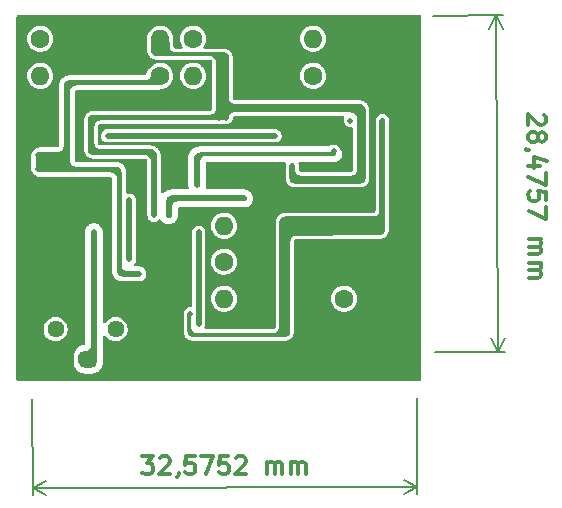
<source format=gbr>
%TF.GenerationSoftware,KiCad,Pcbnew,6.0.7-f9a2dced07~116~ubuntu20.04.1*%
%TF.CreationDate,2022-08-17T00:13:37+02:00*%
%TF.ProjectId,NVM-Amp,4e564d2d-416d-4702-9e6b-696361645f70,rev?*%
%TF.SameCoordinates,Original*%
%TF.FileFunction,Copper,L2,Bot*%
%TF.FilePolarity,Positive*%
%FSLAX46Y46*%
G04 Gerber Fmt 4.6, Leading zero omitted, Abs format (unit mm)*
G04 Created by KiCad (PCBNEW 6.0.7-f9a2dced07~116~ubuntu20.04.1) date 2022-08-17 00:13:37*
%MOMM*%
%LPD*%
G01*
G04 APERTURE LIST*
%ADD10C,0.300000*%
%TA.AperFunction,NonConductor*%
%ADD11C,0.300000*%
%TD*%
%TA.AperFunction,NonConductor*%
%ADD12C,0.200000*%
%TD*%
%TA.AperFunction,ComponentPad*%
%ADD13C,1.600000*%
%TD*%
%TA.AperFunction,ComponentPad*%
%ADD14O,1.600000X1.600000*%
%TD*%
%TA.AperFunction,ComponentPad*%
%ADD15C,1.440000*%
%TD*%
%TA.AperFunction,ViaPad*%
%ADD16C,0.500000*%
%TD*%
%TA.AperFunction,Conductor*%
%ADD17C,0.512000*%
%TD*%
G04 APERTURE END LIST*
D10*
D11*
X213004485Y-152100072D02*
X213933052Y-152097221D01*
X213434808Y-152670182D01*
X213649093Y-152669524D01*
X213792169Y-152740514D01*
X213863816Y-152811723D01*
X213935683Y-152954360D01*
X213936780Y-153311501D01*
X213865790Y-153454577D01*
X213794581Y-153526224D01*
X213651944Y-153598091D01*
X213223374Y-153599407D01*
X213080299Y-153528417D01*
X213008651Y-153457208D01*
X214504916Y-152238323D02*
X214576125Y-152166676D01*
X214718762Y-152094809D01*
X215075904Y-152093713D01*
X215218979Y-152164702D01*
X215290627Y-152235911D01*
X215362494Y-152378548D01*
X215362932Y-152521405D01*
X215292162Y-152735909D01*
X214437654Y-153595679D01*
X215366221Y-153592828D01*
X216080284Y-153519208D02*
X216080504Y-153590636D01*
X216009514Y-153733711D01*
X215938305Y-153805359D01*
X217433035Y-152086477D02*
X216718753Y-152088669D01*
X216649518Y-152803171D01*
X216720727Y-152731523D01*
X216863364Y-152659657D01*
X217220505Y-152658560D01*
X217363581Y-152729550D01*
X217435228Y-152800759D01*
X217507095Y-152943396D01*
X217508191Y-153300537D01*
X217437202Y-153443613D01*
X217365993Y-153515261D01*
X217223355Y-153587127D01*
X216866214Y-153588224D01*
X216723139Y-153517234D01*
X216651491Y-153446025D01*
X218004461Y-152084722D02*
X219004457Y-152081653D01*
X218366207Y-153583619D01*
X220290165Y-152077706D02*
X219575882Y-152079898D01*
X219506647Y-152794400D01*
X219577856Y-152722753D01*
X219720493Y-152650886D01*
X220077634Y-152649789D01*
X220220710Y-152720779D01*
X220292358Y-152791988D01*
X220364224Y-152934625D01*
X220365321Y-153291766D01*
X220294331Y-153434842D01*
X220223122Y-153506490D01*
X220080485Y-153578356D01*
X219723344Y-153579453D01*
X219580268Y-153508463D01*
X219508620Y-153437254D01*
X220933457Y-152218589D02*
X221004666Y-152146941D01*
X221147304Y-152075074D01*
X221504445Y-152073978D01*
X221647521Y-152144968D01*
X221719168Y-152216177D01*
X221791035Y-152358814D01*
X221791473Y-152501670D01*
X221720703Y-152716174D01*
X220866195Y-153575944D01*
X221794762Y-153573094D01*
X223580468Y-153567612D02*
X223577399Y-152567617D01*
X223577837Y-152710473D02*
X223649046Y-152638826D01*
X223791683Y-152566959D01*
X224005968Y-152566301D01*
X224149044Y-152637291D01*
X224220910Y-152779928D01*
X224223322Y-153565639D01*
X224220910Y-152779928D02*
X224291900Y-152636852D01*
X224434537Y-152564986D01*
X224648822Y-152564328D01*
X224791898Y-152635317D01*
X224863765Y-152777955D01*
X224866177Y-153563665D01*
X225580459Y-153561472D02*
X225577389Y-152561477D01*
X225577828Y-152704334D02*
X225649037Y-152632686D01*
X225791674Y-152560819D01*
X226005958Y-152560161D01*
X226149034Y-152631151D01*
X226220901Y-152773788D01*
X226223313Y-153559499D01*
X226220901Y-152773788D02*
X226291891Y-152630713D01*
X226434528Y-152558846D01*
X226648813Y-152558188D01*
X226791888Y-152629178D01*
X226863755Y-152771815D01*
X226866167Y-153557526D01*
D12*
X236276965Y-147146237D02*
X236301801Y-155236418D01*
X203701965Y-147246237D02*
X203726801Y-155336418D01*
X236300000Y-154650000D02*
X203725000Y-154750000D01*
X236300000Y-154650000D02*
X203725000Y-154750000D01*
X236300000Y-154650000D02*
X235171701Y-154067040D01*
X236300000Y-154650000D02*
X235175302Y-155239876D01*
X203725000Y-154750000D02*
X204853299Y-155332960D01*
X203725000Y-154750000D02*
X204849698Y-154160124D01*
D10*
D11*
X247015428Y-123182672D02*
X247087357Y-123253597D01*
X247159787Y-123395949D01*
X247162295Y-123753083D01*
X247091872Y-123896438D01*
X247020947Y-123968367D01*
X246878595Y-124040797D01*
X246735741Y-124041800D01*
X246520959Y-123971879D01*
X245657817Y-123120777D01*
X245664339Y-124049326D01*
X246527481Y-124900427D02*
X246597904Y-124757072D01*
X246668829Y-124685143D01*
X246811181Y-124612713D01*
X246882608Y-124612212D01*
X247025963Y-124682635D01*
X247097892Y-124753560D01*
X247170322Y-124895912D01*
X247172329Y-125181619D01*
X247101905Y-125324975D01*
X247030980Y-125396903D01*
X246888628Y-125469333D01*
X246817202Y-125469835D01*
X246673846Y-125399412D01*
X246601918Y-125328486D01*
X246529488Y-125186134D01*
X246527481Y-124900427D01*
X246455051Y-124758075D01*
X246383122Y-124687150D01*
X246239767Y-124616727D01*
X245954060Y-124618733D01*
X245811708Y-124691164D01*
X245740783Y-124763092D01*
X245670359Y-124906447D01*
X245672366Y-125192155D01*
X245744796Y-125334507D01*
X245816724Y-125405432D01*
X245960080Y-125475855D01*
X246245787Y-125473848D01*
X246388139Y-125401418D01*
X246459064Y-125329490D01*
X246529488Y-125186134D01*
X245750816Y-126191628D02*
X245679389Y-126192130D01*
X245536034Y-126121706D01*
X245464106Y-126050781D01*
X246688395Y-127470789D02*
X245688420Y-127477813D01*
X247257301Y-127109641D02*
X246183390Y-126760033D01*
X246189912Y-127688581D01*
X247192898Y-128110119D02*
X247199921Y-129110094D01*
X245695443Y-128477788D01*
X247208952Y-130395776D02*
X247203935Y-129681508D01*
X246489165Y-129615098D01*
X246561093Y-129686023D01*
X246633524Y-129828375D01*
X246636032Y-130185509D01*
X246565609Y-130328865D01*
X246494683Y-130400793D01*
X246352331Y-130473223D01*
X245995197Y-130475732D01*
X245851842Y-130405308D01*
X245779914Y-130334383D01*
X245707483Y-130192031D01*
X245704975Y-129834897D01*
X245775399Y-129691542D01*
X245846324Y-129619613D01*
X247212965Y-130967191D02*
X247219989Y-131967166D01*
X245715510Y-131334860D01*
X245732066Y-133691945D02*
X246732041Y-133684921D01*
X246589188Y-133685925D02*
X246661116Y-133756850D01*
X246733546Y-133899202D01*
X246735051Y-134113482D01*
X246664628Y-134256838D01*
X246522276Y-134329268D01*
X245736581Y-134334786D01*
X246522276Y-134329268D02*
X246665631Y-134399691D01*
X246738061Y-134542043D01*
X246739566Y-134756324D01*
X246669143Y-134899679D01*
X246526791Y-134972109D01*
X245741096Y-134977628D01*
X245746113Y-135691896D02*
X246746088Y-135684872D01*
X246603235Y-135685875D02*
X246675163Y-135756801D01*
X246747593Y-135899153D01*
X246749098Y-136113433D01*
X246678675Y-136256788D01*
X246536323Y-136329218D01*
X245750628Y-136334737D01*
X246536323Y-136329218D02*
X246679678Y-136399642D01*
X246752108Y-136541994D01*
X246753613Y-136756274D01*
X246683190Y-136899630D01*
X246540838Y-136972060D01*
X245755143Y-136977578D01*
D12*
X237810525Y-143262327D02*
X243711405Y-143220881D01*
X237610525Y-114787327D02*
X243511405Y-114745881D01*
X243125000Y-143225000D02*
X242925000Y-114750000D01*
X243125000Y-143225000D02*
X242925000Y-114750000D01*
X243125000Y-143225000D02*
X243703494Y-142094405D01*
X243125000Y-143225000D02*
X242530682Y-142102643D01*
X242925000Y-114750000D02*
X242346506Y-115880595D01*
X242925000Y-114750000D02*
X243519318Y-115872357D01*
D13*
%TO.P,R14,1*%
%TO.N,+5V*%
X230080000Y-132575000D03*
D14*
%TO.P,R14,2*%
%TO.N,Net-(Q2-Pad6)*%
X219920000Y-132575000D03*
%TD*%
D13*
%TO.P,R6,1*%
%TO.N,+5V*%
X214525000Y-119875000D03*
D14*
%TO.P,R6,2*%
%TO.N,Net-(Q2-Pad2)*%
X204365000Y-119875000D03*
%TD*%
D15*
%TO.P,R1,3*%
%TO.N,N/C*%
X205670000Y-141325000D03*
%TO.P,R1,2*%
%TO.N,/S2*%
X208210000Y-143865000D03*
%TO.P,R1,1*%
%TO.N,Net-(C1-Pad2)*%
X210750000Y-141325000D03*
%TD*%
D13*
%TO.P,R25,1*%
%TO.N,Net-(R25-Pad1)*%
X230080000Y-138750000D03*
D14*
%TO.P,R25,2*%
%TO.N,Net-(R25-Pad2)*%
X219920000Y-138750000D03*
%TD*%
D13*
%TO.P,R12,1*%
%TO.N,Net-(Q2-Pad1)*%
X204370000Y-116725000D03*
D14*
%TO.P,R12,2*%
%TO.N,-5V*%
X214530000Y-116725000D03*
%TD*%
D13*
%TO.P,R17,1*%
%TO.N,Net-(C10-Pad1)*%
X227455000Y-119875000D03*
D14*
%TO.P,R17,2*%
%TO.N,Net-(Q2-Pad8)*%
X217295000Y-119875000D03*
%TD*%
D13*
%TO.P,R26,1*%
%TO.N,Net-(R25-Pad2)*%
X219920000Y-135600000D03*
D14*
%TO.P,R26,2*%
%TO.N,GND*%
X230080000Y-135600000D03*
%TD*%
D13*
%TO.P,R18,1*%
%TO.N,Net-(Q2-Pad8)*%
X217295000Y-116725000D03*
D14*
%TO.P,R18,2*%
%TO.N,Net-(C8-Pad1)*%
X227455000Y-116725000D03*
%TD*%
D16*
%TO.N,Net-(C5-Pad1)*%
X211925000Y-130400000D03*
X211925000Y-135400000D03*
%TO.N,Net-(C10-Pad2)*%
X221625000Y-130250000D03*
X215250000Y-131675000D03*
%TO.N,Net-(Q2-Pad2)*%
X210075000Y-124950000D03*
X224250000Y-124950000D03*
%TO.N,-5V*%
X219500000Y-123400000D03*
X214000000Y-131675000D03*
X220125000Y-123400000D03*
X225700000Y-127500000D03*
%TO.N,Net-(R22-Pad2)*%
X229200000Y-126235000D03*
X217650000Y-129100000D03*
%TO.N,/S1*%
X217800000Y-140850000D03*
X217800000Y-136600000D03*
X217800000Y-133100000D03*
%TO.N,+5V*%
X233325000Y-123675000D03*
X204200000Y-126550000D03*
X212700000Y-136625000D03*
X230625000Y-123675000D03*
X204200000Y-127800000D03*
X217075000Y-140000000D03*
%TO.N,/S2*%
X208900000Y-136625000D03*
X208900000Y-133075000D03*
%TO.N,GND*%
X213850000Y-140725000D03*
X229200000Y-127500000D03*
X230625000Y-127500000D03*
X210175000Y-131675000D03*
X229350000Y-120875000D03*
X212700000Y-131675000D03*
X215150000Y-140725000D03*
X204150000Y-131700000D03*
X230650000Y-120225000D03*
X229350000Y-120225000D03*
X230650000Y-120875000D03*
X217150000Y-142825000D03*
%TD*%
D17*
%TO.N,Net-(C5-Pad1)*%
X211925000Y-135400000D02*
X211925000Y-130400000D01*
%TO.N,Net-(Q2-Pad2)*%
X224250000Y-124950000D02*
X210075000Y-124950000D01*
%TO.N,/S1*%
X217800000Y-136600000D02*
X217800000Y-140850000D01*
X217800000Y-133100000D02*
X217800000Y-136600000D01*
%TO.N,GND*%
X204150000Y-131700000D02*
X204175000Y-131675000D01*
%TD*%
%TA.AperFunction,Conductor*%
%TO.N,/S2*%
G36*
X208971093Y-132864141D02*
G01*
X209016510Y-132882954D01*
X209036329Y-132896196D01*
X209055939Y-132909300D01*
X209090700Y-132944061D01*
X209117045Y-132983488D01*
X209135860Y-133028911D01*
X209147579Y-133087830D01*
X209150000Y-133112410D01*
X209150000Y-144066742D01*
X209148922Y-144083188D01*
X209135128Y-144187963D01*
X209126615Y-144219735D01*
X209089361Y-144309674D01*
X209072914Y-144338160D01*
X209013651Y-144415393D01*
X208990393Y-144438651D01*
X208913160Y-144497914D01*
X208884674Y-144514361D01*
X208794735Y-144551615D01*
X208762963Y-144560128D01*
X208658188Y-144573922D01*
X208641742Y-144575000D01*
X208208258Y-144575000D01*
X208191812Y-144573922D01*
X208087037Y-144560128D01*
X208055265Y-144551615D01*
X207965326Y-144514361D01*
X207936840Y-144497914D01*
X207859607Y-144438651D01*
X207836349Y-144415393D01*
X207777086Y-144338160D01*
X207760639Y-144309674D01*
X207723385Y-144219735D01*
X207714872Y-144187963D01*
X207701078Y-144083188D01*
X207700000Y-144066742D01*
X207700000Y-143634918D01*
X207701551Y-143615208D01*
X207720126Y-143497928D01*
X207732308Y-143460435D01*
X207781658Y-143363581D01*
X207804830Y-143331689D01*
X207881689Y-143254830D01*
X207913581Y-143231658D01*
X208010437Y-143182307D01*
X208047925Y-143170127D01*
X208178568Y-143149435D01*
X208311992Y-143128303D01*
X208311994Y-143128302D01*
X208321783Y-143126752D01*
X208454198Y-143059283D01*
X208559283Y-142954198D01*
X208626752Y-142821783D01*
X208650000Y-142675000D01*
X208650000Y-133112410D01*
X208652421Y-133087830D01*
X208664140Y-133028911D01*
X208682955Y-132983488D01*
X208709300Y-132944061D01*
X208744061Y-132909300D01*
X208763671Y-132896196D01*
X208783490Y-132882954D01*
X208828907Y-132864141D01*
X208875421Y-132854889D01*
X208924579Y-132854889D01*
X208971093Y-132864141D01*
G37*
%TD.AperFunction*%
%TD*%
%TA.AperFunction,Conductor*%
%TO.N,Net-(C10-Pad2)*%
G36*
X221637170Y-130002421D02*
G01*
X221661073Y-130007175D01*
X221696091Y-130014141D01*
X221741510Y-130032954D01*
X221761329Y-130046196D01*
X221780939Y-130059300D01*
X221815700Y-130094061D01*
X221842045Y-130133488D01*
X221860859Y-130178907D01*
X221870111Y-130225419D01*
X221870111Y-130274579D01*
X221860859Y-130321093D01*
X221842045Y-130366512D01*
X221815700Y-130405939D01*
X221780939Y-130440700D01*
X221761329Y-130453804D01*
X221741510Y-130467046D01*
X221696091Y-130485859D01*
X221666164Y-130491812D01*
X221637170Y-130497579D01*
X221612590Y-130500000D01*
X216000000Y-130500000D01*
X215995914Y-130500538D01*
X215995913Y-130500538D01*
X215878778Y-130515959D01*
X215870590Y-130517037D01*
X215862961Y-130520197D01*
X215757628Y-130563827D01*
X215757626Y-130563828D01*
X215750000Y-130566987D01*
X215646447Y-130646447D01*
X215566987Y-130750000D01*
X215517037Y-130870590D01*
X215500000Y-131000000D01*
X215500000Y-131662590D01*
X215497579Y-131687170D01*
X215485860Y-131746089D01*
X215467045Y-131791512D01*
X215440700Y-131830939D01*
X215405939Y-131865700D01*
X215386329Y-131878804D01*
X215366510Y-131892046D01*
X215321093Y-131910859D01*
X215274579Y-131920111D01*
X215225421Y-131920111D01*
X215178907Y-131910859D01*
X215133490Y-131892046D01*
X215113671Y-131878804D01*
X215094061Y-131865700D01*
X215059300Y-131830939D01*
X215032955Y-131791512D01*
X215014140Y-131746089D01*
X215002421Y-131687170D01*
X215000000Y-131662590D01*
X215000000Y-130508258D01*
X215001078Y-130491812D01*
X215014872Y-130387037D01*
X215023385Y-130355265D01*
X215060639Y-130265326D01*
X215077086Y-130236840D01*
X215136349Y-130159607D01*
X215159607Y-130136349D01*
X215236840Y-130077086D01*
X215265326Y-130060639D01*
X215355265Y-130023385D01*
X215387037Y-130014872D01*
X215491812Y-130001078D01*
X215508258Y-130000000D01*
X221612590Y-130000000D01*
X221637170Y-130002421D01*
G37*
%TD.AperFunction*%
%TD*%
%TA.AperFunction,Conductor*%
%TO.N,+5V*%
G36*
X214233188Y-119451078D02*
G01*
X214337963Y-119464872D01*
X214369735Y-119473385D01*
X214459674Y-119510639D01*
X214488160Y-119527086D01*
X214565393Y-119586349D01*
X214588651Y-119609607D01*
X214647914Y-119686840D01*
X214664361Y-119715326D01*
X214701615Y-119805265D01*
X214710128Y-119837037D01*
X214723922Y-119941812D01*
X214725000Y-119958258D01*
X214725000Y-120166742D01*
X214723922Y-120183188D01*
X214710128Y-120287963D01*
X214701615Y-120319735D01*
X214664361Y-120409674D01*
X214647914Y-120438160D01*
X214588651Y-120515393D01*
X214565393Y-120538651D01*
X214488160Y-120597914D01*
X214459674Y-120614361D01*
X214369735Y-120651615D01*
X214337963Y-120660128D01*
X214233188Y-120673922D01*
X214216742Y-120675000D01*
X207400000Y-120675000D01*
X207270590Y-120692037D01*
X207262961Y-120695197D01*
X207157628Y-120738827D01*
X207157626Y-120738828D01*
X207150000Y-120741987D01*
X207046447Y-120821447D01*
X206966987Y-120925000D01*
X206917037Y-121045590D01*
X206900000Y-121175000D01*
X206900000Y-127050000D01*
X206917037Y-127179410D01*
X206966987Y-127300000D01*
X207046447Y-127403553D01*
X207150000Y-127483013D01*
X207157626Y-127486172D01*
X207157628Y-127486173D01*
X207262961Y-127529803D01*
X207270590Y-127532963D01*
X207278778Y-127534041D01*
X207337274Y-127541742D01*
X207400000Y-127550000D01*
X210741742Y-127550000D01*
X210758188Y-127551078D01*
X210862963Y-127564872D01*
X210894735Y-127573385D01*
X210984674Y-127610639D01*
X211013160Y-127627086D01*
X211090393Y-127686349D01*
X211113651Y-127709607D01*
X211172914Y-127786840D01*
X211189361Y-127815326D01*
X211226615Y-127905265D01*
X211235128Y-127937037D01*
X211248922Y-128041812D01*
X211250000Y-128058258D01*
X211250000Y-135875000D01*
X211267037Y-136004410D01*
X211316987Y-136125000D01*
X211396447Y-136228553D01*
X211500000Y-136308013D01*
X211507626Y-136311172D01*
X211507628Y-136311173D01*
X211612961Y-136354803D01*
X211620590Y-136357963D01*
X211628778Y-136359041D01*
X211687274Y-136366742D01*
X211750000Y-136375000D01*
X212687590Y-136375000D01*
X212712170Y-136377421D01*
X212736073Y-136382175D01*
X212771091Y-136389141D01*
X212816510Y-136407954D01*
X212836329Y-136421196D01*
X212855939Y-136434300D01*
X212890700Y-136469061D01*
X212917045Y-136508488D01*
X212935859Y-136553907D01*
X212945111Y-136600419D01*
X212945111Y-136649579D01*
X212935859Y-136696093D01*
X212917045Y-136741512D01*
X212890700Y-136780939D01*
X212855939Y-136815700D01*
X212836329Y-136828804D01*
X212816510Y-136842046D01*
X212771091Y-136860859D01*
X212736073Y-136867825D01*
X212712170Y-136872579D01*
X212687590Y-136875000D01*
X211358258Y-136875000D01*
X211341812Y-136873922D01*
X211237037Y-136860128D01*
X211205265Y-136851615D01*
X211115326Y-136814361D01*
X211086840Y-136797914D01*
X211009607Y-136738651D01*
X210986349Y-136715393D01*
X210927086Y-136638160D01*
X210910639Y-136609674D01*
X210873385Y-136519735D01*
X210864872Y-136487963D01*
X210851078Y-136383188D01*
X210850000Y-136366742D01*
X210850000Y-128550000D01*
X210832963Y-128420590D01*
X210783013Y-128300000D01*
X210703553Y-128196447D01*
X210600000Y-128116987D01*
X210592374Y-128113828D01*
X210592372Y-128113827D01*
X210487039Y-128070197D01*
X210479410Y-128067037D01*
X210471222Y-128065959D01*
X210354087Y-128050538D01*
X210354086Y-128050538D01*
X210350000Y-128050000D01*
X204483258Y-128050000D01*
X204466812Y-128048922D01*
X204362037Y-128035128D01*
X204330265Y-128026615D01*
X204240326Y-127989361D01*
X204211840Y-127972914D01*
X204134607Y-127913651D01*
X204111349Y-127890393D01*
X204052086Y-127813160D01*
X204035639Y-127784674D01*
X203998385Y-127694735D01*
X203989872Y-127662963D01*
X203976078Y-127558188D01*
X203975000Y-127541742D01*
X203975000Y-126808258D01*
X203976078Y-126791812D01*
X203989872Y-126687037D01*
X203998385Y-126655265D01*
X204035639Y-126565326D01*
X204052086Y-126536840D01*
X204111349Y-126459607D01*
X204134607Y-126436349D01*
X204211840Y-126377086D01*
X204240326Y-126360639D01*
X204330265Y-126323385D01*
X204362037Y-126314872D01*
X204466812Y-126301078D01*
X204483258Y-126300000D01*
X205850000Y-126300000D01*
X205979410Y-126282963D01*
X205987039Y-126279803D01*
X206092372Y-126236173D01*
X206092374Y-126236172D01*
X206100000Y-126233013D01*
X206203553Y-126153553D01*
X206283013Y-126050000D01*
X206332963Y-125929410D01*
X206350000Y-125800000D01*
X206350000Y-120733258D01*
X206351078Y-120716812D01*
X206364872Y-120612037D01*
X206373385Y-120580265D01*
X206410639Y-120490326D01*
X206427086Y-120461840D01*
X206486349Y-120384607D01*
X206509607Y-120361349D01*
X206586840Y-120302086D01*
X206615326Y-120285639D01*
X206705265Y-120248385D01*
X206737037Y-120239872D01*
X206841812Y-120226078D01*
X206858258Y-120225000D01*
X213337500Y-120225000D01*
X213457244Y-120206034D01*
X213466078Y-120201533D01*
X213466081Y-120201532D01*
X213518152Y-120175000D01*
X213565267Y-120150994D01*
X213650994Y-120065267D01*
X213679182Y-120009945D01*
X213701532Y-119966081D01*
X213701533Y-119966078D01*
X213706034Y-119957244D01*
X213740845Y-119737463D01*
X213753025Y-119699977D01*
X213789948Y-119627510D01*
X213813118Y-119595621D01*
X213870621Y-119538118D01*
X213902510Y-119514948D01*
X213974977Y-119478025D01*
X214012463Y-119465845D01*
X214102707Y-119451551D01*
X214122419Y-119450000D01*
X214216742Y-119450000D01*
X214233188Y-119451078D01*
G37*
%TD.AperFunction*%
%TD*%
%TA.AperFunction,Conductor*%
%TO.N,Net-(R22-Pad2)*%
G36*
X229328525Y-126354294D02*
G01*
X229348640Y-126359684D01*
X229405123Y-126392295D01*
X229407705Y-126394877D01*
X229440319Y-126451371D01*
X229441264Y-126454899D01*
X229441264Y-126520101D01*
X229440319Y-126523629D01*
X229407705Y-126580123D01*
X229405123Y-126582705D01*
X229348640Y-126615316D01*
X229328525Y-126620706D01*
X229295913Y-126625000D01*
X218400000Y-126625000D01*
X218270590Y-126642037D01*
X218262961Y-126645197D01*
X218157628Y-126688827D01*
X218157626Y-126688828D01*
X218150000Y-126691987D01*
X218046447Y-126771447D01*
X217966987Y-126875000D01*
X217917037Y-126995590D01*
X217900000Y-127125000D01*
X217900000Y-129087590D01*
X217897579Y-129112170D01*
X217885860Y-129171089D01*
X217867045Y-129216512D01*
X217840700Y-129255939D01*
X217805939Y-129290700D01*
X217786329Y-129303804D01*
X217766510Y-129317046D01*
X217721093Y-129335859D01*
X217674579Y-129345111D01*
X217625421Y-129345111D01*
X217578907Y-129335859D01*
X217533490Y-129317046D01*
X217513671Y-129303804D01*
X217494061Y-129290700D01*
X217459300Y-129255939D01*
X217432955Y-129216512D01*
X217414140Y-129171089D01*
X217402421Y-129112170D01*
X217400000Y-129087590D01*
X217400000Y-126858258D01*
X217401078Y-126841812D01*
X217414872Y-126737037D01*
X217423385Y-126705265D01*
X217460639Y-126615326D01*
X217477086Y-126586840D01*
X217536349Y-126509607D01*
X217559607Y-126486349D01*
X217636840Y-126427086D01*
X217665326Y-126410639D01*
X217755265Y-126373385D01*
X217787037Y-126364872D01*
X217891812Y-126351078D01*
X217908258Y-126350000D01*
X229295913Y-126350000D01*
X229328525Y-126354294D01*
G37*
%TD.AperFunction*%
%TD*%
%TA.AperFunction,Conductor*%
%TO.N,-5V*%
G36*
X214833188Y-116526078D02*
G01*
X214937963Y-116539872D01*
X214969735Y-116548385D01*
X215059674Y-116585639D01*
X215088160Y-116602086D01*
X215165393Y-116661349D01*
X215188651Y-116684607D01*
X215247914Y-116761840D01*
X215264361Y-116790326D01*
X215301615Y-116880265D01*
X215310128Y-116912037D01*
X215323922Y-117016812D01*
X215325000Y-117033258D01*
X215325000Y-117375000D01*
X215342037Y-117504410D01*
X215391987Y-117625000D01*
X215471447Y-117728553D01*
X215575000Y-117808013D01*
X215582626Y-117811172D01*
X215582628Y-117811173D01*
X215687961Y-117854803D01*
X215695590Y-117857963D01*
X215825000Y-117875000D01*
X219866742Y-117875000D01*
X219883188Y-117876078D01*
X219987963Y-117889872D01*
X220019735Y-117898385D01*
X220109674Y-117935639D01*
X220138160Y-117952086D01*
X220215393Y-118011349D01*
X220238651Y-118034607D01*
X220297914Y-118111840D01*
X220314361Y-118140326D01*
X220351615Y-118230265D01*
X220360128Y-118262037D01*
X220373922Y-118366812D01*
X220375000Y-118383258D01*
X220375000Y-121750000D01*
X220392037Y-121879410D01*
X220441987Y-122000000D01*
X220521447Y-122103553D01*
X220625000Y-122183013D01*
X220632626Y-122186172D01*
X220632628Y-122186173D01*
X220737961Y-122229803D01*
X220745590Y-122232963D01*
X220875000Y-122250000D01*
X231416742Y-122250000D01*
X231433188Y-122251078D01*
X231537963Y-122264872D01*
X231569735Y-122273385D01*
X231659674Y-122310639D01*
X231688160Y-122327086D01*
X231765393Y-122386349D01*
X231788651Y-122409607D01*
X231847914Y-122486840D01*
X231864361Y-122515326D01*
X231901615Y-122605265D01*
X231910128Y-122637037D01*
X231923922Y-122741812D01*
X231925000Y-122758258D01*
X231925000Y-128491742D01*
X231923922Y-128508188D01*
X231910128Y-128612963D01*
X231901615Y-128644735D01*
X231864361Y-128734674D01*
X231847914Y-128763160D01*
X231788651Y-128840393D01*
X231765393Y-128863651D01*
X231688160Y-128922914D01*
X231659674Y-128939361D01*
X231569735Y-128976615D01*
X231537963Y-128985128D01*
X231433188Y-128998922D01*
X231416742Y-129000000D01*
X225958258Y-129000000D01*
X225941812Y-128998922D01*
X225837037Y-128985128D01*
X225805265Y-128976615D01*
X225715326Y-128939361D01*
X225686840Y-128922914D01*
X225609607Y-128863651D01*
X225586349Y-128840393D01*
X225527086Y-128763160D01*
X225510639Y-128734674D01*
X225473385Y-128644735D01*
X225464872Y-128612963D01*
X225451078Y-128508188D01*
X225450000Y-128491742D01*
X225450000Y-127512410D01*
X225452421Y-127487830D01*
X225464140Y-127428911D01*
X225482955Y-127383488D01*
X225509300Y-127344061D01*
X225544061Y-127309300D01*
X225563671Y-127296196D01*
X225583490Y-127282954D01*
X225628907Y-127264141D01*
X225675421Y-127254889D01*
X225724579Y-127254889D01*
X225771093Y-127264141D01*
X225816510Y-127282954D01*
X225836329Y-127296196D01*
X225855939Y-127309300D01*
X225890700Y-127344061D01*
X225917045Y-127383488D01*
X225935860Y-127428911D01*
X225947579Y-127487830D01*
X225950000Y-127512410D01*
X225950000Y-127825000D01*
X225967037Y-127954410D01*
X226016987Y-128075000D01*
X226096447Y-128178553D01*
X226200000Y-128258013D01*
X226207626Y-128261172D01*
X226207628Y-128261173D01*
X226312961Y-128304803D01*
X226320590Y-128307963D01*
X226450000Y-128325000D01*
X230675000Y-128325000D01*
X230804410Y-128307963D01*
X230812039Y-128304803D01*
X230917372Y-128261173D01*
X230917374Y-128261172D01*
X230925000Y-128258013D01*
X231028553Y-128178553D01*
X231108013Y-128075000D01*
X231157963Y-127954410D01*
X231175000Y-127825000D01*
X231175000Y-123475000D01*
X231157963Y-123345590D01*
X231108013Y-123225000D01*
X231088349Y-123199373D01*
X231033576Y-123127993D01*
X231028553Y-123121447D01*
X230982584Y-123086173D01*
X230931550Y-123047013D01*
X230925000Y-123041987D01*
X230917374Y-123038828D01*
X230917372Y-123038827D01*
X230812039Y-122995197D01*
X230804410Y-122992037D01*
X230675000Y-122975000D01*
X220712500Y-122975000D01*
X220608207Y-122991518D01*
X220514122Y-123039457D01*
X220439457Y-123114122D01*
X220391518Y-123208207D01*
X220389967Y-123218000D01*
X220361604Y-123397081D01*
X220349422Y-123434574D01*
X220319602Y-123493099D01*
X220296430Y-123524991D01*
X220249991Y-123571430D01*
X220218099Y-123594602D01*
X220159574Y-123624422D01*
X220122081Y-123636604D01*
X220047293Y-123648449D01*
X220027583Y-123650000D01*
X209450000Y-123650000D01*
X209445914Y-123650538D01*
X209445913Y-123650538D01*
X209328778Y-123665959D01*
X209320590Y-123667037D01*
X209312961Y-123670197D01*
X209207628Y-123713827D01*
X209207626Y-123713828D01*
X209200000Y-123716987D01*
X209096447Y-123796447D01*
X209016987Y-123900000D01*
X208967037Y-124020590D01*
X208950000Y-124150000D01*
X208950000Y-125575000D01*
X208967037Y-125704410D01*
X209016987Y-125825000D01*
X209096447Y-125928553D01*
X209200000Y-126008013D01*
X209207626Y-126011172D01*
X209207628Y-126011173D01*
X209312961Y-126054803D01*
X209320590Y-126057963D01*
X209328778Y-126059041D01*
X209387274Y-126066742D01*
X209450000Y-126075000D01*
X213741742Y-126075000D01*
X213758188Y-126076078D01*
X213862963Y-126089872D01*
X213894735Y-126098385D01*
X213984674Y-126135639D01*
X214013160Y-126152086D01*
X214090393Y-126211349D01*
X214113651Y-126234607D01*
X214172914Y-126311840D01*
X214189361Y-126340326D01*
X214226615Y-126430265D01*
X214235128Y-126462037D01*
X214248922Y-126566812D01*
X214250000Y-126583258D01*
X214250000Y-131587590D01*
X214247579Y-131612170D01*
X214235860Y-131671089D01*
X214217045Y-131716512D01*
X214190700Y-131755939D01*
X214155939Y-131790700D01*
X214136329Y-131803804D01*
X214116510Y-131817046D01*
X214071093Y-131835859D01*
X214024579Y-131845111D01*
X213975421Y-131845111D01*
X213928907Y-131835859D01*
X213883490Y-131817046D01*
X213863671Y-131803804D01*
X213844061Y-131790700D01*
X213809300Y-131755939D01*
X213782955Y-131716512D01*
X213764140Y-131671089D01*
X213752421Y-131612170D01*
X213750000Y-131587590D01*
X213750000Y-127075000D01*
X213732963Y-126945590D01*
X213683013Y-126825000D01*
X213603553Y-126721447D01*
X213500000Y-126641987D01*
X213492374Y-126638828D01*
X213492372Y-126638827D01*
X213387039Y-126595197D01*
X213379410Y-126592037D01*
X213371222Y-126590959D01*
X213254087Y-126575538D01*
X213254086Y-126575538D01*
X213250000Y-126575000D01*
X208883258Y-126575000D01*
X208866812Y-126573922D01*
X208762037Y-126560128D01*
X208730265Y-126551615D01*
X208640326Y-126514361D01*
X208611840Y-126497914D01*
X208534607Y-126438651D01*
X208511349Y-126415393D01*
X208452086Y-126338160D01*
X208435639Y-126309674D01*
X208398385Y-126219735D01*
X208389872Y-126187963D01*
X208376078Y-126083188D01*
X208375000Y-126066742D01*
X208375000Y-123658258D01*
X208376078Y-123641812D01*
X208389872Y-123537037D01*
X208398385Y-123505265D01*
X208435639Y-123415326D01*
X208452086Y-123386840D01*
X208511349Y-123309607D01*
X208534607Y-123286349D01*
X208611840Y-123227086D01*
X208640326Y-123210639D01*
X208730265Y-123173385D01*
X208762037Y-123164872D01*
X208866812Y-123151078D01*
X208883258Y-123150000D01*
X218750000Y-123150000D01*
X218879410Y-123132963D01*
X218891409Y-123127993D01*
X218992372Y-123086173D01*
X218992374Y-123086172D01*
X219000000Y-123083013D01*
X219053466Y-123041987D01*
X219097007Y-123008576D01*
X219103553Y-123003553D01*
X219183013Y-122900000D01*
X219232963Y-122779410D01*
X219250000Y-122650000D01*
X219250000Y-118700000D01*
X219232963Y-118570590D01*
X219183013Y-118450000D01*
X219103553Y-118346447D01*
X219000000Y-118266987D01*
X218992374Y-118263828D01*
X218992372Y-118263827D01*
X218887039Y-118220197D01*
X218879410Y-118217037D01*
X218750000Y-118200000D01*
X214233258Y-118200000D01*
X214216812Y-118198922D01*
X214112037Y-118185128D01*
X214080265Y-118176615D01*
X213990326Y-118139361D01*
X213961840Y-118122914D01*
X213884607Y-118063651D01*
X213861349Y-118040393D01*
X213802086Y-117963160D01*
X213785639Y-117934674D01*
X213748385Y-117844735D01*
X213739872Y-117812963D01*
X213726078Y-117708188D01*
X213725000Y-117691742D01*
X213725000Y-117033258D01*
X213726078Y-117016812D01*
X213739872Y-116912037D01*
X213748385Y-116880265D01*
X213785639Y-116790326D01*
X213802086Y-116761840D01*
X213861349Y-116684607D01*
X213884607Y-116661349D01*
X213961840Y-116602086D01*
X213990326Y-116585639D01*
X214080265Y-116548385D01*
X214112037Y-116539872D01*
X214216812Y-116526078D01*
X214233258Y-116525000D01*
X214816742Y-116525000D01*
X214833188Y-116526078D01*
G37*
%TD.AperFunction*%
%TD*%
%TA.AperFunction,Conductor*%
%TO.N,GND*%
G36*
X236566621Y-114745502D02*
G01*
X236613114Y-114799158D01*
X236624500Y-114851500D01*
X236624500Y-145573500D01*
X236604498Y-145641621D01*
X236550842Y-145688114D01*
X236498500Y-145699500D01*
X202476500Y-145699500D01*
X202408379Y-145679498D01*
X202361886Y-145625842D01*
X202350500Y-145573500D01*
X202350500Y-143850683D01*
X207184662Y-143850683D01*
X207185178Y-143856827D01*
X207186058Y-143867308D01*
X207186500Y-143877851D01*
X207186500Y-144066742D01*
X207187600Y-144100329D01*
X207188678Y-144116775D01*
X207191971Y-144150214D01*
X207205765Y-144254989D01*
X207218868Y-144320862D01*
X207219398Y-144322842D01*
X207219402Y-144322857D01*
X207223695Y-144338877D01*
X207227381Y-144352634D01*
X207248973Y-144416243D01*
X207286227Y-144506182D01*
X207315939Y-144566431D01*
X207332386Y-144594917D01*
X207333518Y-144596611D01*
X207333526Y-144596624D01*
X207368561Y-144649056D01*
X207369699Y-144650759D01*
X207428962Y-144727992D01*
X207473250Y-144778492D01*
X207496508Y-144801750D01*
X207547008Y-144846038D01*
X207624241Y-144905301D01*
X207625942Y-144906438D01*
X207625944Y-144906439D01*
X207678376Y-144941474D01*
X207678389Y-144941482D01*
X207680083Y-144942614D01*
X207681868Y-144943644D01*
X207681867Y-144943644D01*
X207706781Y-144958029D01*
X207706789Y-144958033D01*
X207708569Y-144959061D01*
X207768818Y-144988773D01*
X207830237Y-145014214D01*
X207856842Y-145025234D01*
X207856848Y-145025236D01*
X207858757Y-145026027D01*
X207922366Y-145047619D01*
X207936123Y-145051305D01*
X207952143Y-145055598D01*
X207952158Y-145055602D01*
X207954138Y-145056132D01*
X207956164Y-145056535D01*
X208017999Y-145068835D01*
X208018005Y-145068836D01*
X208020011Y-145069235D01*
X208124786Y-145083029D01*
X208125828Y-145083132D01*
X208125840Y-145083133D01*
X208136412Y-145084174D01*
X208158225Y-145086322D01*
X208159250Y-145086389D01*
X208159272Y-145086391D01*
X208173601Y-145087330D01*
X208173609Y-145087330D01*
X208174671Y-145087400D01*
X208208258Y-145088500D01*
X208641742Y-145088500D01*
X208675329Y-145087400D01*
X208676391Y-145087330D01*
X208676399Y-145087330D01*
X208690728Y-145086391D01*
X208690750Y-145086389D01*
X208691775Y-145086322D01*
X208713588Y-145084174D01*
X208724160Y-145083133D01*
X208724172Y-145083132D01*
X208725214Y-145083029D01*
X208829989Y-145069235D01*
X208831995Y-145068836D01*
X208832001Y-145068835D01*
X208893836Y-145056535D01*
X208895862Y-145056132D01*
X208897842Y-145055602D01*
X208897857Y-145055598D01*
X208913877Y-145051305D01*
X208927634Y-145047619D01*
X208991243Y-145026027D01*
X208993152Y-145025236D01*
X208993158Y-145025234D01*
X209019763Y-145014214D01*
X209081182Y-144988773D01*
X209141431Y-144959061D01*
X209143211Y-144958033D01*
X209143219Y-144958029D01*
X209168133Y-144943644D01*
X209168132Y-144943644D01*
X209169917Y-144942614D01*
X209171611Y-144941482D01*
X209171624Y-144941474D01*
X209224056Y-144906439D01*
X209224058Y-144906438D01*
X209225759Y-144905301D01*
X209302992Y-144846038D01*
X209353492Y-144801750D01*
X209376750Y-144778492D01*
X209421038Y-144727992D01*
X209480301Y-144650759D01*
X209481439Y-144649056D01*
X209516474Y-144596624D01*
X209516482Y-144596611D01*
X209517614Y-144594917D01*
X209534061Y-144566431D01*
X209563773Y-144506182D01*
X209601027Y-144416243D01*
X209622619Y-144352634D01*
X209626305Y-144338877D01*
X209630598Y-144322857D01*
X209630602Y-144322842D01*
X209631132Y-144320862D01*
X209644235Y-144254989D01*
X209658029Y-144150214D01*
X209661322Y-144116775D01*
X209662400Y-144100329D01*
X209663500Y-144066742D01*
X209663500Y-141958998D01*
X209683502Y-141890877D01*
X209737158Y-141844384D01*
X209807432Y-141834280D01*
X209872012Y-141863774D01*
X209888245Y-141880733D01*
X209919973Y-141920764D01*
X210012362Y-142037329D01*
X210017056Y-142041324D01*
X210091484Y-142104667D01*
X210164769Y-142167038D01*
X210170147Y-142170044D01*
X210170149Y-142170045D01*
X210252118Y-142215856D01*
X210339467Y-142264673D01*
X210529802Y-142326517D01*
X210728525Y-142350213D01*
X210734660Y-142349741D01*
X210734662Y-142349741D01*
X210921924Y-142335332D01*
X210921929Y-142335331D01*
X210928065Y-142334859D01*
X210933995Y-142333203D01*
X210933997Y-142333203D01*
X211054270Y-142299622D01*
X211120824Y-142281040D01*
X211126313Y-142278267D01*
X211126319Y-142278265D01*
X211293957Y-142193584D01*
X211299457Y-142190806D01*
X211330655Y-142166432D01*
X211452306Y-142071387D01*
X211457162Y-142067593D01*
X211465537Y-142057891D01*
X211583902Y-141920764D01*
X211583903Y-141920762D01*
X211587931Y-141916096D01*
X211686784Y-141742083D01*
X211749955Y-141552184D01*
X211757591Y-141491742D01*
X216519500Y-141491742D01*
X216520154Y-141511724D01*
X216521232Y-141528170D01*
X216523192Y-141548064D01*
X216536986Y-141652839D01*
X216544781Y-141692030D01*
X216545317Y-141694029D01*
X216545318Y-141694035D01*
X216547583Y-141702489D01*
X216553294Y-141723802D01*
X216553957Y-141725755D01*
X216565471Y-141759676D01*
X216565477Y-141759693D01*
X216566140Y-141761645D01*
X216566931Y-141763554D01*
X216566933Y-141763560D01*
X216602601Y-141849670D01*
X216603394Y-141851584D01*
X216621071Y-141887428D01*
X216637518Y-141915914D01*
X216638662Y-141917626D01*
X216638670Y-141917639D01*
X216658568Y-141947418D01*
X216659717Y-141949137D01*
X216718980Y-142026370D01*
X216745328Y-142056414D01*
X216768586Y-142079672D01*
X216798630Y-142106020D01*
X216875863Y-142165283D01*
X216877574Y-142166426D01*
X216877582Y-142166432D01*
X216907361Y-142186330D01*
X216907374Y-142186338D01*
X216909086Y-142187482D01*
X216910881Y-142188518D01*
X216910882Y-142188519D01*
X216919655Y-142193584D01*
X216937572Y-142203929D01*
X216973416Y-142221606D01*
X216975325Y-142222397D01*
X216975330Y-142222399D01*
X217061440Y-142258067D01*
X217061446Y-142258069D01*
X217063355Y-142258860D01*
X217065307Y-142259523D01*
X217065324Y-142259529D01*
X217086088Y-142266577D01*
X217101198Y-142271706D01*
X217121056Y-142277027D01*
X217130965Y-142279682D01*
X217130971Y-142279683D01*
X217132970Y-142280219D01*
X217134996Y-142280622D01*
X217135009Y-142280625D01*
X217170129Y-142287610D01*
X217170134Y-142287611D01*
X217172161Y-142288014D01*
X217276936Y-142301808D01*
X217277960Y-142301909D01*
X217277987Y-142301912D01*
X217290414Y-142303136D01*
X217296830Y-142303768D01*
X217313276Y-142304846D01*
X217314251Y-142304878D01*
X217314273Y-142304879D01*
X217332269Y-142305468D01*
X217332291Y-142305468D01*
X217333258Y-142305500D01*
X225041742Y-142305500D01*
X225042709Y-142305468D01*
X225042731Y-142305468D01*
X225060727Y-142304879D01*
X225060749Y-142304878D01*
X225061724Y-142304846D01*
X225078170Y-142303768D01*
X225084586Y-142303136D01*
X225097013Y-142301912D01*
X225097040Y-142301909D01*
X225098064Y-142301808D01*
X225202839Y-142288014D01*
X225204866Y-142287611D01*
X225204871Y-142287610D01*
X225239991Y-142280625D01*
X225240004Y-142280622D01*
X225242030Y-142280219D01*
X225244029Y-142279683D01*
X225244035Y-142279682D01*
X225253944Y-142277027D01*
X225273802Y-142271706D01*
X225288912Y-142266577D01*
X225309676Y-142259529D01*
X225309693Y-142259523D01*
X225311645Y-142258860D01*
X225313554Y-142258069D01*
X225313560Y-142258067D01*
X225399670Y-142222399D01*
X225399675Y-142222397D01*
X225401584Y-142221606D01*
X225437428Y-142203929D01*
X225455346Y-142193584D01*
X225464118Y-142188519D01*
X225464119Y-142188518D01*
X225465914Y-142187482D01*
X225467626Y-142186338D01*
X225467639Y-142186330D01*
X225497418Y-142166432D01*
X225497426Y-142166426D01*
X225499137Y-142165283D01*
X225576370Y-142106020D01*
X225606414Y-142079672D01*
X225629672Y-142056414D01*
X225656020Y-142026370D01*
X225715283Y-141949137D01*
X225716432Y-141947418D01*
X225736330Y-141917639D01*
X225736338Y-141917626D01*
X225737482Y-141915914D01*
X225753929Y-141887428D01*
X225771606Y-141851584D01*
X225772399Y-141849670D01*
X225808067Y-141763560D01*
X225808069Y-141763554D01*
X225808860Y-141761645D01*
X225809523Y-141759693D01*
X225809529Y-141759676D01*
X225821043Y-141725755D01*
X225821706Y-141723802D01*
X225827417Y-141702489D01*
X225829682Y-141694035D01*
X225829683Y-141694029D01*
X225830219Y-141692030D01*
X225838014Y-141652839D01*
X225851808Y-141548064D01*
X225853768Y-141528170D01*
X225854846Y-141511724D01*
X225855500Y-141491742D01*
X225855500Y-138721069D01*
X228975164Y-138721069D01*
X228988392Y-138922894D01*
X229038178Y-139118928D01*
X229122856Y-139302607D01*
X229126189Y-139307323D01*
X229235922Y-139462592D01*
X229239588Y-139467780D01*
X229384466Y-139608913D01*
X229552637Y-139721282D01*
X229557940Y-139723560D01*
X229557943Y-139723562D01*
X229646291Y-139761519D01*
X229738470Y-139801122D01*
X229935740Y-139845760D01*
X229941509Y-139845987D01*
X229941512Y-139845987D01*
X230017683Y-139848979D01*
X230137842Y-139853700D01*
X230224132Y-139841189D01*
X230332286Y-139825508D01*
X230332291Y-139825507D01*
X230338007Y-139824678D01*
X230343479Y-139822820D01*
X230343481Y-139822820D01*
X230524067Y-139761519D01*
X230524069Y-139761518D01*
X230529531Y-139759664D01*
X230706001Y-139660837D01*
X230768433Y-139608913D01*
X230857073Y-139535191D01*
X230861505Y-139531505D01*
X230990837Y-139376001D01*
X231089664Y-139199531D01*
X231154678Y-139008007D01*
X231155507Y-139002291D01*
X231155508Y-139002286D01*
X231183167Y-138811516D01*
X231183700Y-138807842D01*
X231185215Y-138750000D01*
X231166708Y-138548591D01*
X231111807Y-138353926D01*
X231022351Y-138172527D01*
X231004079Y-138148057D01*
X230904788Y-138015091D01*
X230904787Y-138015090D01*
X230901335Y-138010467D01*
X230878350Y-137989220D01*
X230757053Y-137877094D01*
X230757051Y-137877092D01*
X230752812Y-137873174D01*
X230725374Y-137855862D01*
X230586637Y-137768325D01*
X230581757Y-137765246D01*
X230393898Y-137690298D01*
X230195526Y-137650839D01*
X230189752Y-137650763D01*
X230189748Y-137650763D01*
X230087257Y-137649422D01*
X229993286Y-137648192D01*
X229987589Y-137649171D01*
X229987588Y-137649171D01*
X229799646Y-137681465D01*
X229799645Y-137681465D01*
X229793949Y-137682444D01*
X229604193Y-137752449D01*
X229430371Y-137855862D01*
X229278305Y-137989220D01*
X229153089Y-138148057D01*
X229058914Y-138327053D01*
X228998937Y-138520213D01*
X228975164Y-138721069D01*
X225855500Y-138721069D01*
X225855500Y-133926669D01*
X225856572Y-133910271D01*
X225862483Y-133865284D01*
X225870961Y-133833581D01*
X225877410Y-133817976D01*
X225893792Y-133789535D01*
X225904054Y-133776125D01*
X225927229Y-133752879D01*
X225940606Y-133742576D01*
X225968993Y-133726107D01*
X225977983Y-133722358D01*
X225984573Y-133719610D01*
X226016262Y-133711030D01*
X226061212Y-133704982D01*
X226077611Y-133703858D01*
X233069267Y-133682078D01*
X233070299Y-133682041D01*
X233070301Y-133682041D01*
X233079235Y-133681721D01*
X233089203Y-133681364D01*
X233090201Y-133681296D01*
X233090232Y-133681294D01*
X233104590Y-133680310D01*
X233104620Y-133680307D01*
X233105604Y-133680240D01*
X233125456Y-133678226D01*
X233126437Y-133678094D01*
X233126454Y-133678092D01*
X233227980Y-133664431D01*
X233227986Y-133664430D01*
X233230000Y-133664159D01*
X233231999Y-133663756D01*
X233232009Y-133663754D01*
X233267090Y-133656676D01*
X233267092Y-133656676D01*
X233269102Y-133656270D01*
X233300787Y-133647691D01*
X233302728Y-133647027D01*
X233302737Y-133647024D01*
X233336550Y-133635452D01*
X233338517Y-133634779D01*
X233340436Y-133633979D01*
X233426290Y-133598181D01*
X233426299Y-133598177D01*
X233428191Y-133597388D01*
X233463918Y-133579671D01*
X233465687Y-133578645D01*
X233465694Y-133578641D01*
X233477657Y-133571701D01*
X233492312Y-133563199D01*
X233525429Y-133540978D01*
X233561535Y-133513168D01*
X233600758Y-133482959D01*
X233600767Y-133482952D01*
X233602405Y-133481690D01*
X233632345Y-133455344D01*
X233655522Y-133432095D01*
X233681778Y-133402069D01*
X233740823Y-133324912D01*
X233762940Y-133291728D01*
X233779324Y-133263282D01*
X233796931Y-133227497D01*
X233834043Y-133137704D01*
X233837464Y-133127607D01*
X233846177Y-133101882D01*
X233846839Y-133099928D01*
X233855319Y-133068214D01*
X233858014Y-133054637D01*
X233862685Y-133031107D01*
X233862687Y-133031096D01*
X233863084Y-133029095D01*
X233876823Y-132924525D01*
X233878774Y-132904676D01*
X233879848Y-132888262D01*
X233880500Y-132868315D01*
X233880500Y-123712410D01*
X233879325Y-123688480D01*
X233879191Y-123683044D01*
X233880250Y-123675000D01*
X233861330Y-123531291D01*
X233805861Y-123397375D01*
X233717621Y-123282379D01*
X233602625Y-123194139D01*
X233468709Y-123138670D01*
X233325000Y-123119750D01*
X233181291Y-123138670D01*
X233047375Y-123194139D01*
X232932379Y-123282379D01*
X232844139Y-123397375D01*
X232788670Y-123531291D01*
X232769750Y-123675000D01*
X232770809Y-123683044D01*
X232770675Y-123688480D01*
X232769500Y-123712410D01*
X232769500Y-131246722D01*
X232768422Y-131263167D01*
X232762493Y-131308207D01*
X232753979Y-131339983D01*
X232747506Y-131355609D01*
X232731062Y-131384090D01*
X232720768Y-131397506D01*
X232697506Y-131420768D01*
X232684090Y-131431062D01*
X232655608Y-131447506D01*
X232639981Y-131453980D01*
X232608210Y-131462492D01*
X232578334Y-131466425D01*
X232563167Y-131468422D01*
X232546722Y-131469500D01*
X225108258Y-131469500D01*
X225107291Y-131469532D01*
X225107269Y-131469532D01*
X225089273Y-131470121D01*
X225089251Y-131470122D01*
X225088276Y-131470154D01*
X225071830Y-131471232D01*
X225065414Y-131471864D01*
X225052987Y-131473088D01*
X225052960Y-131473091D01*
X225051936Y-131473192D01*
X224947161Y-131486986D01*
X224945134Y-131487389D01*
X224945129Y-131487390D01*
X224910009Y-131494375D01*
X224909996Y-131494378D01*
X224907970Y-131494781D01*
X224905971Y-131495317D01*
X224905965Y-131495318D01*
X224896056Y-131497973D01*
X224876198Y-131503294D01*
X224874244Y-131503957D01*
X224874245Y-131503957D01*
X224840324Y-131515471D01*
X224840307Y-131515477D01*
X224838355Y-131516140D01*
X224836446Y-131516931D01*
X224836440Y-131516933D01*
X224750330Y-131552601D01*
X224748416Y-131553394D01*
X224712572Y-131571071D01*
X224710790Y-131572100D01*
X224710786Y-131572102D01*
X224686648Y-131586039D01*
X224684086Y-131587518D01*
X224682374Y-131588662D01*
X224682361Y-131588670D01*
X224652582Y-131608568D01*
X224652574Y-131608574D01*
X224650863Y-131609717D01*
X224573630Y-131668980D01*
X224543586Y-131695328D01*
X224520328Y-131718586D01*
X224493980Y-131748630D01*
X224434717Y-131825863D01*
X224433574Y-131827574D01*
X224433568Y-131827582D01*
X224413670Y-131857361D01*
X224413662Y-131857374D01*
X224412518Y-131859086D01*
X224396071Y-131887572D01*
X224378394Y-131923416D01*
X224377603Y-131925325D01*
X224377601Y-131925330D01*
X224371670Y-131939650D01*
X224341140Y-132013355D01*
X224340477Y-132015307D01*
X224340471Y-132015324D01*
X224338710Y-132020513D01*
X224328294Y-132051198D01*
X224319781Y-132082970D01*
X224319378Y-132084996D01*
X224319375Y-132085009D01*
X224312688Y-132118633D01*
X224311986Y-132122161D01*
X224311716Y-132124213D01*
X224300105Y-132212408D01*
X224298192Y-132226936D01*
X224298091Y-132227960D01*
X224298088Y-132227987D01*
X224296864Y-132240414D01*
X224296232Y-132246830D01*
X224295154Y-132263276D01*
X224294500Y-132283258D01*
X224294500Y-141096722D01*
X224293422Y-141113167D01*
X224287493Y-141158207D01*
X224278979Y-141189983D01*
X224272506Y-141205609D01*
X224256062Y-141234090D01*
X224245768Y-141247506D01*
X224222506Y-141270768D01*
X224209090Y-141281062D01*
X224180608Y-141297506D01*
X224164981Y-141303980D01*
X224133210Y-141312492D01*
X224103334Y-141316425D01*
X224088167Y-141318422D01*
X224071722Y-141319500D01*
X218390104Y-141319500D01*
X218321983Y-141299498D01*
X218275490Y-141245842D01*
X218265386Y-141175568D01*
X218283018Y-141127103D01*
X218283811Y-141125825D01*
X218313168Y-141078477D01*
X218355706Y-140932060D01*
X218356500Y-140921248D01*
X218356500Y-138721069D01*
X218815164Y-138721069D01*
X218828392Y-138922894D01*
X218878178Y-139118928D01*
X218962856Y-139302607D01*
X218966189Y-139307323D01*
X219075922Y-139462592D01*
X219079588Y-139467780D01*
X219224466Y-139608913D01*
X219392637Y-139721282D01*
X219397940Y-139723560D01*
X219397943Y-139723562D01*
X219486291Y-139761519D01*
X219578470Y-139801122D01*
X219775740Y-139845760D01*
X219781509Y-139845987D01*
X219781512Y-139845987D01*
X219857683Y-139848979D01*
X219977842Y-139853700D01*
X220064132Y-139841189D01*
X220172286Y-139825508D01*
X220172291Y-139825507D01*
X220178007Y-139824678D01*
X220183479Y-139822820D01*
X220183481Y-139822820D01*
X220364067Y-139761519D01*
X220364069Y-139761518D01*
X220369531Y-139759664D01*
X220546001Y-139660837D01*
X220608433Y-139608913D01*
X220697073Y-139535191D01*
X220701505Y-139531505D01*
X220830837Y-139376001D01*
X220929664Y-139199531D01*
X220994678Y-139008007D01*
X220995507Y-139002291D01*
X220995508Y-139002286D01*
X221023167Y-138811516D01*
X221023700Y-138807842D01*
X221025215Y-138750000D01*
X221006708Y-138548591D01*
X220951807Y-138353926D01*
X220862351Y-138172527D01*
X220844079Y-138148057D01*
X220744788Y-138015091D01*
X220744787Y-138015090D01*
X220741335Y-138010467D01*
X220718350Y-137989220D01*
X220597053Y-137877094D01*
X220597051Y-137877092D01*
X220592812Y-137873174D01*
X220565374Y-137855862D01*
X220426637Y-137768325D01*
X220421757Y-137765246D01*
X220233898Y-137690298D01*
X220035526Y-137650839D01*
X220029752Y-137650763D01*
X220029748Y-137650763D01*
X219927257Y-137649422D01*
X219833286Y-137648192D01*
X219827589Y-137649171D01*
X219827588Y-137649171D01*
X219639646Y-137681465D01*
X219639645Y-137681465D01*
X219633949Y-137682444D01*
X219444193Y-137752449D01*
X219270371Y-137855862D01*
X219118305Y-137989220D01*
X218993089Y-138148057D01*
X218898914Y-138327053D01*
X218838937Y-138520213D01*
X218815164Y-138721069D01*
X218356500Y-138721069D01*
X218356500Y-135571069D01*
X218815164Y-135571069D01*
X218828392Y-135772894D01*
X218851398Y-135863481D01*
X218874339Y-135953810D01*
X218878178Y-135968928D01*
X218962856Y-136152607D01*
X219079588Y-136317780D01*
X219224466Y-136458913D01*
X219229270Y-136462123D01*
X219248236Y-136474796D01*
X219392637Y-136571282D01*
X219397940Y-136573560D01*
X219397943Y-136573562D01*
X219486291Y-136611519D01*
X219578470Y-136651122D01*
X219775740Y-136695760D01*
X219781509Y-136695987D01*
X219781512Y-136695987D01*
X219857683Y-136698979D01*
X219977842Y-136703700D01*
X220064132Y-136691189D01*
X220172286Y-136675508D01*
X220172291Y-136675507D01*
X220178007Y-136674678D01*
X220183479Y-136672820D01*
X220183481Y-136672820D01*
X220364067Y-136611519D01*
X220364069Y-136611518D01*
X220369531Y-136609664D01*
X220527304Y-136521308D01*
X220540964Y-136513658D01*
X220540965Y-136513657D01*
X220546001Y-136510837D01*
X220608433Y-136458913D01*
X220697073Y-136385191D01*
X220701505Y-136381505D01*
X220830837Y-136226001D01*
X220929664Y-136049531D01*
X220934671Y-136034783D01*
X220992820Y-135863481D01*
X220992820Y-135863479D01*
X220994678Y-135858007D01*
X220995507Y-135852291D01*
X220995508Y-135852286D01*
X221023167Y-135661516D01*
X221023700Y-135657842D01*
X221025215Y-135600000D01*
X221006708Y-135398591D01*
X220951807Y-135203926D01*
X220862351Y-135022527D01*
X220844079Y-134998057D01*
X220744788Y-134865091D01*
X220744787Y-134865090D01*
X220741335Y-134860467D01*
X220718350Y-134839220D01*
X220597053Y-134727094D01*
X220597051Y-134727092D01*
X220592812Y-134723174D01*
X220565374Y-134705862D01*
X220426637Y-134618325D01*
X220421757Y-134615246D01*
X220233898Y-134540298D01*
X220035526Y-134500839D01*
X220029752Y-134500763D01*
X220029748Y-134500763D01*
X219927257Y-134499422D01*
X219833286Y-134498192D01*
X219827589Y-134499171D01*
X219827588Y-134499171D01*
X219639646Y-134531465D01*
X219639645Y-134531465D01*
X219633949Y-134532444D01*
X219444193Y-134602449D01*
X219270371Y-134705862D01*
X219118305Y-134839220D01*
X218993089Y-134998057D01*
X218898914Y-135177053D01*
X218838937Y-135370213D01*
X218815164Y-135571069D01*
X218356500Y-135571069D01*
X218356500Y-133061806D01*
X218353381Y-133039033D01*
X218342205Y-132957453D01*
X218341039Y-132948939D01*
X218333609Y-132931768D01*
X218283896Y-132816890D01*
X218283896Y-132816889D01*
X218280485Y-132809008D01*
X218184532Y-132690515D01*
X218060248Y-132602191D01*
X217916791Y-132550543D01*
X217908231Y-132549914D01*
X217908229Y-132549914D01*
X217855866Y-132546069D01*
X218815164Y-132546069D01*
X218828392Y-132747894D01*
X218829815Y-132753496D01*
X218867950Y-132903653D01*
X218878178Y-132943928D01*
X218962856Y-133127607D01*
X218966189Y-133132323D01*
X219060012Y-133265080D01*
X219079588Y-133292780D01*
X219224466Y-133433913D01*
X219229270Y-133437123D01*
X219256540Y-133455344D01*
X219392637Y-133546282D01*
X219397940Y-133548560D01*
X219397943Y-133548562D01*
X219513435Y-133598181D01*
X219578470Y-133626122D01*
X219775740Y-133670760D01*
X219781509Y-133670987D01*
X219781512Y-133670987D01*
X219857683Y-133673979D01*
X219977842Y-133678700D01*
X220064132Y-133666189D01*
X220172286Y-133650508D01*
X220172291Y-133650507D01*
X220178007Y-133649678D01*
X220183479Y-133647820D01*
X220183481Y-133647820D01*
X220364067Y-133586519D01*
X220364069Y-133586518D01*
X220369531Y-133584664D01*
X220546001Y-133485837D01*
X220608433Y-133433913D01*
X220697073Y-133360191D01*
X220701505Y-133356505D01*
X220830837Y-133201001D01*
X220929664Y-133024531D01*
X220931902Y-133017940D01*
X220992820Y-132838481D01*
X220992820Y-132838479D01*
X220994678Y-132833007D01*
X220995507Y-132827291D01*
X220995508Y-132827286D01*
X221014370Y-132697191D01*
X221023700Y-132632842D01*
X221025215Y-132575000D01*
X221006708Y-132373591D01*
X221003272Y-132361406D01*
X220965978Y-132229172D01*
X220951807Y-132178926D01*
X220871128Y-132015324D01*
X220864906Y-132002708D01*
X220862351Y-131997527D01*
X220844079Y-131973057D01*
X220744788Y-131840091D01*
X220744787Y-131840090D01*
X220741335Y-131835467D01*
X220732805Y-131827582D01*
X220597053Y-131702094D01*
X220597051Y-131702092D01*
X220592812Y-131698174D01*
X220565374Y-131680862D01*
X220426637Y-131593325D01*
X220421757Y-131590246D01*
X220233898Y-131515298D01*
X220035526Y-131475839D01*
X220029752Y-131475763D01*
X220029748Y-131475763D01*
X219927257Y-131474422D01*
X219833286Y-131473192D01*
X219827589Y-131474171D01*
X219827588Y-131474171D01*
X219639646Y-131506465D01*
X219639645Y-131506465D01*
X219633949Y-131507444D01*
X219444193Y-131577449D01*
X219439232Y-131580401D01*
X219439231Y-131580401D01*
X219288069Y-131670333D01*
X219270371Y-131680862D01*
X219118305Y-131814220D01*
X218993089Y-131973057D01*
X218898914Y-132152053D01*
X218838937Y-132345213D01*
X218815164Y-132546069D01*
X217855866Y-132546069D01*
X217828017Y-132544024D01*
X217764729Y-132539376D01*
X217615265Y-132569514D01*
X217479412Y-132638734D01*
X217473092Y-132644546D01*
X217473090Y-132644547D01*
X217373496Y-132736129D01*
X217367178Y-132741939D01*
X217362655Y-132749234D01*
X217362654Y-132749235D01*
X217325593Y-132809008D01*
X217286832Y-132871523D01*
X217244294Y-133017940D01*
X217243500Y-133028752D01*
X217243500Y-139323258D01*
X217223498Y-139391379D01*
X217169842Y-139437872D01*
X217101053Y-139448180D01*
X217083188Y-139445828D01*
X217075000Y-139444750D01*
X216931291Y-139463670D01*
X216797375Y-139519139D01*
X216682379Y-139607379D01*
X216594139Y-139722375D01*
X216538670Y-139856291D01*
X216519750Y-140000000D01*
X216520828Y-140008188D01*
X216520828Y-140008190D01*
X216521458Y-140012975D01*
X216521889Y-140039201D01*
X216522113Y-140039216D01*
X216519500Y-140079089D01*
X216519500Y-141491742D01*
X211757591Y-141491742D01*
X211775038Y-141353632D01*
X211775438Y-141325000D01*
X211755909Y-141125825D01*
X211698065Y-140934236D01*
X211688178Y-140915642D01*
X211607005Y-140762977D01*
X211607003Y-140762975D01*
X211604109Y-140757531D01*
X211550829Y-140692203D01*
X211481516Y-140607216D01*
X211481513Y-140607213D01*
X211477621Y-140602441D01*
X211472872Y-140598512D01*
X211328168Y-140478802D01*
X211328164Y-140478800D01*
X211323418Y-140474873D01*
X211147373Y-140379686D01*
X210956193Y-140320506D01*
X210950068Y-140319862D01*
X210950067Y-140319862D01*
X210763288Y-140300231D01*
X210763286Y-140300231D01*
X210757159Y-140299587D01*
X210673106Y-140307236D01*
X210563991Y-140317166D01*
X210563988Y-140317167D01*
X210557852Y-140317725D01*
X210365864Y-140374230D01*
X210360406Y-140377083D01*
X210360402Y-140377085D01*
X210268467Y-140425148D01*
X210188508Y-140466950D01*
X210032539Y-140592353D01*
X209903897Y-140745661D01*
X209900932Y-140751055D01*
X209900929Y-140751059D01*
X209899914Y-140752905D01*
X209899134Y-140753681D01*
X209897445Y-140756147D01*
X209896976Y-140755826D01*
X209849568Y-140802963D01*
X209780151Y-140817856D01*
X209713702Y-140792854D01*
X209671318Y-140735897D01*
X209663500Y-140692203D01*
X209663500Y-133112410D01*
X209662790Y-133097947D01*
X209661425Y-133070187D01*
X209661027Y-133062077D01*
X209658606Y-133037497D01*
X209651213Y-132987657D01*
X209649041Y-132976735D01*
X209640097Y-132931768D01*
X209640095Y-132931762D01*
X209639494Y-132928738D01*
X209610271Y-132832401D01*
X209591456Y-132786978D01*
X209544001Y-132698197D01*
X209542286Y-132695631D01*
X209542281Y-132695622D01*
X209519385Y-132661357D01*
X209519381Y-132661352D01*
X209517656Y-132658770D01*
X209501213Y-132638734D01*
X209455757Y-132583348D01*
X209453799Y-132580962D01*
X209419038Y-132546201D01*
X209341227Y-132482342D01*
X209301798Y-132455996D01*
X209299076Y-132454541D01*
X209299066Y-132454535D01*
X209215762Y-132410007D01*
X209215753Y-132410003D01*
X209213024Y-132408544D01*
X209167607Y-132389731D01*
X209133379Y-132379348D01*
X209074235Y-132361406D01*
X209074227Y-132361404D01*
X209071270Y-132360507D01*
X209068241Y-132359905D01*
X209068235Y-132359903D01*
X209052972Y-132356867D01*
X209024756Y-132351255D01*
X208924579Y-132341389D01*
X208875421Y-132341389D01*
X208775244Y-132351255D01*
X208747028Y-132356867D01*
X208731765Y-132359903D01*
X208731759Y-132359905D01*
X208728730Y-132360507D01*
X208725773Y-132361404D01*
X208725765Y-132361406D01*
X208666621Y-132379348D01*
X208632393Y-132389731D01*
X208586976Y-132408544D01*
X208584247Y-132410003D01*
X208584238Y-132410007D01*
X208500934Y-132454535D01*
X208500924Y-132454541D01*
X208498202Y-132455996D01*
X208458773Y-132482342D01*
X208380962Y-132546201D01*
X208346201Y-132580962D01*
X208344243Y-132583348D01*
X208298788Y-132638734D01*
X208282344Y-132658770D01*
X208280619Y-132661352D01*
X208280615Y-132661357D01*
X208257719Y-132695622D01*
X208257714Y-132695631D01*
X208255999Y-132698197D01*
X208208544Y-132786978D01*
X208189729Y-132832401D01*
X208160506Y-132928738D01*
X208159905Y-132931762D01*
X208159903Y-132931768D01*
X208150959Y-132976735D01*
X208148787Y-132987657D01*
X208141394Y-133037497D01*
X208138973Y-133062077D01*
X208138575Y-133070187D01*
X208137211Y-133097947D01*
X208136500Y-133112410D01*
X208136500Y-142528583D01*
X208116498Y-142596704D01*
X208062842Y-142643197D01*
X208030210Y-142653032D01*
X207967596Y-142662949D01*
X207889252Y-142681757D01*
X207869529Y-142688165D01*
X207854105Y-142693176D01*
X207854096Y-142693179D01*
X207851764Y-142693937D01*
X207849496Y-142694876D01*
X207849489Y-142694879D01*
X207816661Y-142708477D01*
X207777311Y-142724776D01*
X207775113Y-142725896D01*
X207775102Y-142725901D01*
X207689121Y-142769711D01*
X207680455Y-142774127D01*
X207678347Y-142775419D01*
X207678336Y-142775425D01*
X207640905Y-142798364D01*
X207611744Y-142816235D01*
X207609728Y-142817700D01*
X207581865Y-142837944D01*
X207581859Y-142837949D01*
X207579852Y-142839407D01*
X207518590Y-142891731D01*
X207441731Y-142968590D01*
X207389407Y-143029852D01*
X207366235Y-143061744D01*
X207364935Y-143063866D01*
X207325425Y-143128336D01*
X207325419Y-143128347D01*
X207324127Y-143130455D01*
X207323002Y-143132663D01*
X207275902Y-143225100D01*
X207275897Y-143225111D01*
X207274777Y-143227309D01*
X207243940Y-143301757D01*
X207231758Y-143339250D01*
X207212948Y-143417600D01*
X207194373Y-143534880D01*
X207189634Y-143574925D01*
X207188083Y-143594635D01*
X207186500Y-143634918D01*
X207186500Y-143827250D01*
X207185715Y-143841295D01*
X207184662Y-143850683D01*
X202350500Y-143850683D01*
X202350500Y-141310683D01*
X204644662Y-141310683D01*
X204661408Y-141510111D01*
X204716572Y-141702489D01*
X204719390Y-141707972D01*
X204805231Y-141875002D01*
X204805234Y-141875006D01*
X204808051Y-141880488D01*
X204932362Y-142037329D01*
X204937056Y-142041324D01*
X205011484Y-142104667D01*
X205084769Y-142167038D01*
X205090147Y-142170044D01*
X205090149Y-142170045D01*
X205172118Y-142215856D01*
X205259467Y-142264673D01*
X205449802Y-142326517D01*
X205648525Y-142350213D01*
X205654660Y-142349741D01*
X205654662Y-142349741D01*
X205841924Y-142335332D01*
X205841929Y-142335331D01*
X205848065Y-142334859D01*
X205853995Y-142333203D01*
X205853997Y-142333203D01*
X205974270Y-142299622D01*
X206040824Y-142281040D01*
X206046313Y-142278267D01*
X206046319Y-142278265D01*
X206213957Y-142193584D01*
X206219457Y-142190806D01*
X206250655Y-142166432D01*
X206372306Y-142071387D01*
X206377162Y-142067593D01*
X206385537Y-142057891D01*
X206503902Y-141920764D01*
X206503903Y-141920762D01*
X206507931Y-141916096D01*
X206606784Y-141742083D01*
X206669955Y-141552184D01*
X206695038Y-141353632D01*
X206695438Y-141325000D01*
X206675909Y-141125825D01*
X206618065Y-140934236D01*
X206608178Y-140915642D01*
X206527005Y-140762977D01*
X206527003Y-140762975D01*
X206524109Y-140757531D01*
X206470829Y-140692203D01*
X206401516Y-140607216D01*
X206401513Y-140607213D01*
X206397621Y-140602441D01*
X206392872Y-140598512D01*
X206248168Y-140478802D01*
X206248164Y-140478800D01*
X206243418Y-140474873D01*
X206067373Y-140379686D01*
X205876193Y-140320506D01*
X205870068Y-140319862D01*
X205870067Y-140319862D01*
X205683288Y-140300231D01*
X205683286Y-140300231D01*
X205677159Y-140299587D01*
X205593106Y-140307236D01*
X205483991Y-140317166D01*
X205483988Y-140317167D01*
X205477852Y-140317725D01*
X205285864Y-140374230D01*
X205280406Y-140377083D01*
X205280402Y-140377085D01*
X205188467Y-140425148D01*
X205108508Y-140466950D01*
X204952539Y-140592353D01*
X204823897Y-140745661D01*
X204727484Y-140921037D01*
X204666970Y-141111799D01*
X204644662Y-141310683D01*
X202350500Y-141310683D01*
X202350500Y-127541742D01*
X203569500Y-127541742D01*
X203570368Y-127568265D01*
X203571446Y-127584711D01*
X203574047Y-127611117D01*
X203587841Y-127715892D01*
X203598188Y-127767911D01*
X203598718Y-127769891D01*
X203598722Y-127769906D01*
X203606163Y-127797676D01*
X203606701Y-127799683D01*
X203607369Y-127801649D01*
X203607369Y-127801651D01*
X203608499Y-127804980D01*
X203623752Y-127849913D01*
X203661006Y-127939852D01*
X203661914Y-127941694D01*
X203661923Y-127941713D01*
X203665848Y-127949672D01*
X203669248Y-127957176D01*
X203719139Y-128077625D01*
X203807379Y-128192621D01*
X203922375Y-128280861D01*
X203930002Y-128284020D01*
X203930007Y-128284023D01*
X203968846Y-128300110D01*
X203990631Y-128311754D01*
X204009084Y-128324084D01*
X204010879Y-128325120D01*
X204010880Y-128325121D01*
X204035782Y-128339499D01*
X204035790Y-128339503D01*
X204037570Y-128340531D01*
X204039413Y-128341440D01*
X204039417Y-128341442D01*
X204083300Y-128363083D01*
X204083308Y-128363087D01*
X204085148Y-128363994D01*
X204175087Y-128401248D01*
X204225317Y-128418299D01*
X204227317Y-128418835D01*
X204227324Y-128418837D01*
X204255094Y-128426278D01*
X204255109Y-128426282D01*
X204257089Y-128426812D01*
X204259115Y-128427215D01*
X204307095Y-128436759D01*
X204307107Y-128436761D01*
X204309108Y-128437159D01*
X204311145Y-128437427D01*
X204311144Y-128437427D01*
X204412841Y-128450816D01*
X204412852Y-128450817D01*
X204413883Y-128450953D01*
X204440289Y-128453554D01*
X204443514Y-128453765D01*
X204455722Y-128454566D01*
X204455747Y-128454567D01*
X204456735Y-128454632D01*
X204457707Y-128454664D01*
X204457731Y-128454665D01*
X204482268Y-128455468D01*
X204482292Y-128455468D01*
X204483258Y-128455500D01*
X210315164Y-128455500D01*
X210331599Y-128456577D01*
X210334556Y-128456966D01*
X210399482Y-128485685D01*
X210438576Y-128544949D01*
X210443034Y-128565440D01*
X210443423Y-128568394D01*
X210444500Y-128584836D01*
X210444500Y-136366742D01*
X210444532Y-136367708D01*
X210444532Y-136367732D01*
X210445104Y-136385191D01*
X210445368Y-136393265D01*
X210445433Y-136394253D01*
X210445434Y-136394278D01*
X210446235Y-136406486D01*
X210446446Y-136409711D01*
X210449047Y-136436117D01*
X210449183Y-136437148D01*
X210449184Y-136437159D01*
X210454139Y-136474796D01*
X210462841Y-136540892D01*
X210473188Y-136592911D01*
X210473718Y-136594891D01*
X210473722Y-136594906D01*
X210481163Y-136622676D01*
X210481701Y-136624683D01*
X210498752Y-136674913D01*
X210536006Y-136764852D01*
X210559469Y-136812430D01*
X210575916Y-136840916D01*
X210605381Y-136885013D01*
X210664644Y-136962246D01*
X210699617Y-137002125D01*
X210722875Y-137025383D01*
X210762754Y-137060356D01*
X210839987Y-137119619D01*
X210841698Y-137120762D01*
X210841706Y-137120768D01*
X210877948Y-137144984D01*
X210884084Y-137149084D01*
X210885879Y-137150120D01*
X210885880Y-137150121D01*
X210910782Y-137164499D01*
X210910790Y-137164503D01*
X210912570Y-137165531D01*
X210914413Y-137166440D01*
X210914417Y-137166442D01*
X210958300Y-137188083D01*
X210958308Y-137188087D01*
X210960148Y-137188994D01*
X211050087Y-137226248D01*
X211052046Y-137226913D01*
X211077322Y-137235493D01*
X211100317Y-137243299D01*
X211102317Y-137243835D01*
X211102324Y-137243837D01*
X211130094Y-137251278D01*
X211130109Y-137251282D01*
X211132089Y-137251812D01*
X211134115Y-137252215D01*
X211182095Y-137261759D01*
X211182107Y-137261761D01*
X211184108Y-137262159D01*
X211186145Y-137262427D01*
X211186144Y-137262427D01*
X211287841Y-137275816D01*
X211287852Y-137275817D01*
X211288883Y-137275953D01*
X211315289Y-137278554D01*
X211318514Y-137278765D01*
X211330722Y-137279566D01*
X211330747Y-137279567D01*
X211331735Y-137279632D01*
X211332707Y-137279664D01*
X211332731Y-137279665D01*
X211357268Y-137280468D01*
X211357292Y-137280468D01*
X211358258Y-137280500D01*
X212687590Y-137280500D01*
X212689132Y-137280424D01*
X212689141Y-137280424D01*
X212705255Y-137279632D01*
X212727337Y-137278547D01*
X212728845Y-137278398D01*
X212728865Y-137278397D01*
X212744470Y-137276859D01*
X212751917Y-137276126D01*
X212753414Y-137275904D01*
X212753430Y-137275902D01*
X212783972Y-137271372D01*
X212791278Y-137270288D01*
X212813209Y-137265926D01*
X212847163Y-137259172D01*
X212847165Y-137259171D01*
X212850199Y-137258568D01*
X212926268Y-137235493D01*
X212934736Y-137231985D01*
X212968825Y-137217866D01*
X212968834Y-137217862D01*
X212971687Y-137216680D01*
X212974416Y-137215221D01*
X212974425Y-137215217D01*
X213039064Y-137180666D01*
X213039074Y-137180660D01*
X213041796Y-137179205D01*
X213081225Y-137152859D01*
X213087229Y-137147932D01*
X213140277Y-137104397D01*
X213140281Y-137104394D01*
X213142671Y-137102432D01*
X213177432Y-137067671D01*
X213183436Y-137060356D01*
X213225892Y-137008622D01*
X213227858Y-137006227D01*
X213254203Y-136966800D01*
X213291676Y-136896696D01*
X213310490Y-136851277D01*
X213333568Y-136775200D01*
X213335627Y-136764852D01*
X213342215Y-136731728D01*
X213342215Y-136731726D01*
X213342820Y-136728686D01*
X213347928Y-136676822D01*
X213350308Y-136652660D01*
X213350308Y-136652651D01*
X213350611Y-136649579D01*
X213350611Y-136600419D01*
X213342819Y-136521308D01*
X213341298Y-136513658D01*
X213334170Y-136477827D01*
X213334170Y-136477825D01*
X213333567Y-136474796D01*
X213310490Y-136398723D01*
X213291676Y-136353304D01*
X213254203Y-136283200D01*
X213227858Y-136243773D01*
X213177432Y-136182329D01*
X213142671Y-136147568D01*
X213081225Y-136097141D01*
X213041796Y-136070795D01*
X213039074Y-136069340D01*
X213039064Y-136069334D01*
X212974425Y-136034783D01*
X212974416Y-136034779D01*
X212971687Y-136033320D01*
X212968834Y-136032138D01*
X212968825Y-136032134D01*
X212929119Y-136015688D01*
X212926268Y-136014507D01*
X212850199Y-135991432D01*
X212847165Y-135990829D01*
X212847163Y-135990828D01*
X212792806Y-135980016D01*
X212792809Y-135980016D01*
X212791278Y-135979712D01*
X212783972Y-135978628D01*
X212753430Y-135974098D01*
X212753414Y-135974096D01*
X212751917Y-135973874D01*
X212744470Y-135973141D01*
X212728865Y-135971603D01*
X212728845Y-135971602D01*
X212727337Y-135971453D01*
X212704966Y-135970354D01*
X212689141Y-135969576D01*
X212689132Y-135969576D01*
X212687590Y-135969500D01*
X212449155Y-135969500D01*
X212381034Y-135949498D01*
X212334541Y-135895842D01*
X212324437Y-135825568D01*
X212351947Y-135763463D01*
X212357822Y-135758061D01*
X212438168Y-135628477D01*
X212480706Y-135482060D01*
X212481500Y-135471248D01*
X212481500Y-130361806D01*
X212466039Y-130248939D01*
X212413844Y-130128323D01*
X212408896Y-130116890D01*
X212408896Y-130116889D01*
X212405485Y-130109008D01*
X212309532Y-129990515D01*
X212185248Y-129902191D01*
X212041791Y-129850543D01*
X212033231Y-129849914D01*
X212033229Y-129849914D01*
X211953017Y-129844024D01*
X211889729Y-129839376D01*
X211848393Y-129847711D01*
X211806405Y-129856177D01*
X211735674Y-129850034D01*
X211679493Y-129806627D01*
X211655500Y-129732663D01*
X211655500Y-128058258D01*
X211654632Y-128031735D01*
X211653554Y-128015289D01*
X211650953Y-127988883D01*
X211649924Y-127981062D01*
X211637427Y-127886144D01*
X211637159Y-127884108D01*
X211626812Y-127832089D01*
X211626282Y-127830109D01*
X211626278Y-127830094D01*
X211618837Y-127802324D01*
X211618835Y-127802317D01*
X211618299Y-127800317D01*
X211617403Y-127797676D01*
X211601913Y-127752046D01*
X211601248Y-127750087D01*
X211563994Y-127660148D01*
X211540531Y-127612570D01*
X211539087Y-127610068D01*
X211525121Y-127585880D01*
X211525120Y-127585879D01*
X211524084Y-127584084D01*
X211513514Y-127568265D01*
X211495768Y-127541706D01*
X211495762Y-127541698D01*
X211494619Y-127539987D01*
X211435356Y-127462754D01*
X211400383Y-127422875D01*
X211377125Y-127399617D01*
X211337246Y-127364644D01*
X211260013Y-127305381D01*
X211258302Y-127304238D01*
X211258294Y-127304232D01*
X211217640Y-127277068D01*
X211215916Y-127275916D01*
X211196144Y-127264500D01*
X211189218Y-127260501D01*
X211189210Y-127260497D01*
X211187430Y-127259469D01*
X211185583Y-127258558D01*
X211141700Y-127236917D01*
X211141692Y-127236913D01*
X211139852Y-127236006D01*
X211049913Y-127198752D01*
X210999683Y-127181701D01*
X210997683Y-127181165D01*
X210997676Y-127181163D01*
X210969906Y-127173722D01*
X210969891Y-127173718D01*
X210967911Y-127173188D01*
X210965885Y-127172785D01*
X210917905Y-127163241D01*
X210917893Y-127163239D01*
X210915892Y-127162841D01*
X210882934Y-127158502D01*
X210812159Y-127149184D01*
X210812148Y-127149183D01*
X210811117Y-127149047D01*
X210784711Y-127146446D01*
X210781486Y-127146235D01*
X210769278Y-127145434D01*
X210769253Y-127145433D01*
X210768265Y-127145368D01*
X210767293Y-127145336D01*
X210767269Y-127145335D01*
X210742732Y-127144532D01*
X210742708Y-127144532D01*
X210741742Y-127144500D01*
X207434836Y-127144500D01*
X207418401Y-127143423D01*
X207415444Y-127143034D01*
X207350518Y-127114315D01*
X207311424Y-127055051D01*
X207306966Y-127034560D01*
X207306577Y-127031599D01*
X207305500Y-127015164D01*
X207305500Y-126066742D01*
X208069500Y-126066742D01*
X208070154Y-126086724D01*
X208071232Y-126103170D01*
X208071332Y-126104183D01*
X208073077Y-126121893D01*
X208073192Y-126123064D01*
X208086986Y-126227839D01*
X208094781Y-126267030D01*
X208103294Y-126298802D01*
X208103957Y-126300755D01*
X208115471Y-126334676D01*
X208115477Y-126334693D01*
X208116140Y-126336645D01*
X208116931Y-126338554D01*
X208116933Y-126338560D01*
X208125221Y-126358569D01*
X208153394Y-126426584D01*
X208171071Y-126462428D01*
X208187518Y-126490914D01*
X208188662Y-126492626D01*
X208188670Y-126492639D01*
X208207020Y-126520101D01*
X208209717Y-126524137D01*
X208268980Y-126601370D01*
X208295328Y-126631414D01*
X208318586Y-126654672D01*
X208348630Y-126681020D01*
X208425863Y-126740283D01*
X208427574Y-126741426D01*
X208427582Y-126741432D01*
X208457361Y-126761330D01*
X208457374Y-126761338D01*
X208459086Y-126762482D01*
X208460881Y-126763518D01*
X208460882Y-126763519D01*
X208478599Y-126773748D01*
X208487572Y-126778929D01*
X208489419Y-126779840D01*
X208489423Y-126779842D01*
X208493262Y-126781735D01*
X208523416Y-126796606D01*
X208525325Y-126797397D01*
X208525330Y-126797399D01*
X208611440Y-126833067D01*
X208611446Y-126833069D01*
X208613355Y-126833860D01*
X208615307Y-126834523D01*
X208615324Y-126834529D01*
X208646965Y-126845269D01*
X208651198Y-126846706D01*
X208671056Y-126852027D01*
X208680965Y-126854682D01*
X208680971Y-126854683D01*
X208682970Y-126855219D01*
X208684996Y-126855622D01*
X208685009Y-126855625D01*
X208720129Y-126862610D01*
X208720134Y-126862611D01*
X208722161Y-126863014D01*
X208826936Y-126876808D01*
X208827960Y-126876909D01*
X208827987Y-126876912D01*
X208840414Y-126878136D01*
X208846830Y-126878768D01*
X208863276Y-126879846D01*
X208864251Y-126879878D01*
X208864273Y-126879879D01*
X208882269Y-126880468D01*
X208882291Y-126880468D01*
X208883258Y-126880500D01*
X213221722Y-126880500D01*
X213238167Y-126881578D01*
X213253334Y-126883575D01*
X213283210Y-126887508D01*
X213314981Y-126896020D01*
X213327436Y-126901180D01*
X213330609Y-126902494D01*
X213359090Y-126918938D01*
X213372506Y-126929232D01*
X213395768Y-126952494D01*
X213406062Y-126965910D01*
X213422506Y-126994391D01*
X213428979Y-127010017D01*
X213437493Y-127041793D01*
X213443422Y-127086833D01*
X213444500Y-127103278D01*
X213444500Y-131587590D01*
X213444576Y-131589129D01*
X213444576Y-131589145D01*
X213445587Y-131609717D01*
X213445971Y-131617535D01*
X213446126Y-131619108D01*
X213446126Y-131619109D01*
X213447265Y-131630678D01*
X213446794Y-131659470D01*
X213446179Y-131664143D01*
X213444750Y-131675000D01*
X213463670Y-131818709D01*
X213519139Y-131952625D01*
X213607379Y-132067621D01*
X213722375Y-132155861D01*
X213856291Y-132211330D01*
X214000000Y-132230250D01*
X214143709Y-132211330D01*
X214277625Y-132155861D01*
X214392621Y-132067621D01*
X214397647Y-132061071D01*
X214403488Y-132055230D01*
X214404732Y-132056474D01*
X214453976Y-132020513D01*
X214524847Y-132016289D01*
X214586751Y-132051051D01*
X214604627Y-132074237D01*
X214605999Y-132076803D01*
X214632344Y-132116230D01*
X214634315Y-132118631D01*
X214634316Y-132118633D01*
X214638896Y-132124213D01*
X214696201Y-132194038D01*
X214730962Y-132228799D01*
X214808773Y-132292658D01*
X214848202Y-132319004D01*
X214850924Y-132320459D01*
X214850934Y-132320465D01*
X214934238Y-132364993D01*
X214934247Y-132364997D01*
X214936976Y-132366456D01*
X214982393Y-132385269D01*
X214994142Y-132388833D01*
X215075765Y-132413594D01*
X215075773Y-132413596D01*
X215078730Y-132414493D01*
X215081759Y-132415095D01*
X215081765Y-132415097D01*
X215097028Y-132418133D01*
X215125244Y-132423745D01*
X215225421Y-132433611D01*
X215274579Y-132433611D01*
X215374756Y-132423745D01*
X215402972Y-132418133D01*
X215418235Y-132415097D01*
X215418241Y-132415095D01*
X215421270Y-132414493D01*
X215424227Y-132413596D01*
X215424235Y-132413594D01*
X215505858Y-132388833D01*
X215517607Y-132385269D01*
X215563024Y-132366456D01*
X215565753Y-132364997D01*
X215565762Y-132364993D01*
X215649066Y-132320465D01*
X215649076Y-132320459D01*
X215651798Y-132319004D01*
X215691227Y-132292658D01*
X215769038Y-132228799D01*
X215803799Y-132194038D01*
X215861104Y-132124213D01*
X215865684Y-132118633D01*
X215865685Y-132118631D01*
X215867656Y-132116230D01*
X215888518Y-132085009D01*
X215892281Y-132079378D01*
X215892286Y-132079369D01*
X215894001Y-132076803D01*
X215941456Y-131988022D01*
X215960271Y-131942599D01*
X215989494Y-131846262D01*
X215990722Y-131840091D01*
X216000911Y-131788861D01*
X216001213Y-131787343D01*
X216008606Y-131737503D01*
X216011027Y-131712923D01*
X216012602Y-131680862D01*
X216013424Y-131664143D01*
X216013424Y-131664131D01*
X216013500Y-131662590D01*
X216013500Y-131139500D01*
X216033502Y-131071379D01*
X216087158Y-131024886D01*
X216139500Y-131013500D01*
X221612590Y-131013500D01*
X221614131Y-131013424D01*
X221614143Y-131013424D01*
X221640653Y-131012121D01*
X221662923Y-131011027D01*
X221664479Y-131010874D01*
X221664489Y-131010873D01*
X221677943Y-131009548D01*
X221687503Y-131008606D01*
X221737348Y-131001212D01*
X221738844Y-131000914D01*
X221738858Y-131000912D01*
X221793233Y-130990096D01*
X221793235Y-130990095D01*
X221796269Y-130989492D01*
X221892597Y-130960272D01*
X221938016Y-130941459D01*
X221940744Y-130940001D01*
X221940750Y-130939998D01*
X222024074Y-130895460D01*
X222026798Y-130894004D01*
X222066227Y-130867658D01*
X222144038Y-130803799D01*
X222178799Y-130769038D01*
X222242656Y-130691230D01*
X222269001Y-130651803D01*
X222275281Y-130640055D01*
X222314991Y-130565765D01*
X222314995Y-130565756D01*
X222316454Y-130563027D01*
X222335268Y-130517608D01*
X222364493Y-130421270D01*
X222373745Y-130374756D01*
X222383611Y-130274579D01*
X222383611Y-130225419D01*
X222373744Y-130125238D01*
X222364492Y-130078726D01*
X222335268Y-129982392D01*
X222316454Y-129936973D01*
X222314995Y-129934244D01*
X222314991Y-129934235D01*
X222275281Y-129859945D01*
X222269001Y-129848197D01*
X222242656Y-129808770D01*
X222178799Y-129730962D01*
X222144038Y-129696201D01*
X222066227Y-129632342D01*
X222026798Y-129605996D01*
X221988337Y-129585438D01*
X221940750Y-129560002D01*
X221940744Y-129559999D01*
X221938016Y-129558541D01*
X221892597Y-129539728D01*
X221796269Y-129510508D01*
X221793235Y-129509905D01*
X221793233Y-129509904D01*
X221738858Y-129499088D01*
X221738844Y-129499086D01*
X221737348Y-129498788D01*
X221687503Y-129491394D01*
X221677943Y-129490452D01*
X221664489Y-129489127D01*
X221664479Y-129489126D01*
X221662923Y-129488973D01*
X221640653Y-129487879D01*
X221614143Y-129486576D01*
X221614131Y-129486576D01*
X221612590Y-129486500D01*
X218494094Y-129486500D01*
X218425973Y-129466498D01*
X218379480Y-129412842D01*
X218369376Y-129342568D01*
X218373519Y-129323924D01*
X218379118Y-129305468D01*
X218389494Y-129271262D01*
X218392119Y-129258067D01*
X218400911Y-129213861D01*
X218401213Y-129212343D01*
X218408606Y-129162503D01*
X218411027Y-129137923D01*
X218412533Y-129107276D01*
X218413424Y-129089143D01*
X218413424Y-129089131D01*
X218413500Y-129087590D01*
X218413500Y-127264500D01*
X218433502Y-127196379D01*
X218487158Y-127149886D01*
X218539500Y-127138500D01*
X225065229Y-127138500D01*
X225133350Y-127158502D01*
X225179843Y-127212158D01*
X225189947Y-127282432D01*
X225183866Y-127306941D01*
X225183353Y-127308375D01*
X225182765Y-127309900D01*
X225181895Y-127312000D01*
X225181674Y-127312728D01*
X225181135Y-127314127D01*
X225163670Y-127356291D01*
X225157772Y-127401094D01*
X225157494Y-127403203D01*
X225156156Y-127411312D01*
X225152790Y-127428233D01*
X225148392Y-127457885D01*
X225145971Y-127482465D01*
X225145324Y-127495643D01*
X225144866Y-127499117D01*
X225144037Y-127501941D01*
X225145012Y-127501989D01*
X225144500Y-127512410D01*
X225144500Y-128491742D01*
X225144532Y-128492709D01*
X225144532Y-128492731D01*
X225145121Y-128510727D01*
X225145154Y-128511724D01*
X225146232Y-128528170D01*
X225148192Y-128548064D01*
X225161986Y-128652839D01*
X225169781Y-128692030D01*
X225178294Y-128723802D01*
X225178957Y-128725755D01*
X225190471Y-128759676D01*
X225190477Y-128759693D01*
X225191140Y-128761645D01*
X225228394Y-128851584D01*
X225246071Y-128887428D01*
X225262518Y-128915914D01*
X225263662Y-128917626D01*
X225263670Y-128917639D01*
X225283568Y-128947418D01*
X225284717Y-128949137D01*
X225343980Y-129026370D01*
X225370328Y-129056414D01*
X225393586Y-129079672D01*
X225423630Y-129106020D01*
X225500863Y-129165283D01*
X225502574Y-129166426D01*
X225502582Y-129166432D01*
X225532361Y-129186330D01*
X225532374Y-129186338D01*
X225534086Y-129187482D01*
X225562572Y-129203929D01*
X225598416Y-129221606D01*
X225600325Y-129222397D01*
X225600330Y-129222399D01*
X225686440Y-129258067D01*
X225686446Y-129258069D01*
X225688355Y-129258860D01*
X225690307Y-129259523D01*
X225690324Y-129259529D01*
X225715964Y-129268232D01*
X225726198Y-129271706D01*
X225746056Y-129277027D01*
X225755965Y-129279682D01*
X225755971Y-129279683D01*
X225757970Y-129280219D01*
X225759996Y-129280622D01*
X225760009Y-129280625D01*
X225795129Y-129287610D01*
X225795134Y-129287611D01*
X225797161Y-129288014D01*
X225901936Y-129301808D01*
X225902960Y-129301909D01*
X225902987Y-129301912D01*
X225915414Y-129303136D01*
X225921830Y-129303768D01*
X225938276Y-129304846D01*
X225939251Y-129304878D01*
X225939273Y-129304879D01*
X225957269Y-129305468D01*
X225957291Y-129305468D01*
X225958258Y-129305500D01*
X231416742Y-129305500D01*
X231417709Y-129305468D01*
X231417731Y-129305468D01*
X231435727Y-129304879D01*
X231435749Y-129304878D01*
X231436724Y-129304846D01*
X231453170Y-129303768D01*
X231459586Y-129303136D01*
X231472013Y-129301912D01*
X231472040Y-129301909D01*
X231473064Y-129301808D01*
X231577839Y-129288014D01*
X231579866Y-129287611D01*
X231579871Y-129287610D01*
X231614991Y-129280625D01*
X231615004Y-129280622D01*
X231617030Y-129280219D01*
X231619029Y-129279683D01*
X231619035Y-129279682D01*
X231628944Y-129277027D01*
X231648802Y-129271706D01*
X231659036Y-129268232D01*
X231684676Y-129259529D01*
X231684693Y-129259523D01*
X231686645Y-129258860D01*
X231688554Y-129258069D01*
X231688560Y-129258067D01*
X231774670Y-129222399D01*
X231774675Y-129222397D01*
X231776584Y-129221606D01*
X231812428Y-129203929D01*
X231840914Y-129187482D01*
X231842626Y-129186338D01*
X231842639Y-129186330D01*
X231872418Y-129166432D01*
X231872426Y-129166426D01*
X231874137Y-129165283D01*
X231951370Y-129106020D01*
X231981414Y-129079672D01*
X232004672Y-129056414D01*
X232031020Y-129026370D01*
X232090283Y-128949137D01*
X232091432Y-128947418D01*
X232111330Y-128917639D01*
X232111338Y-128917626D01*
X232112482Y-128915914D01*
X232128929Y-128887428D01*
X232146606Y-128851584D01*
X232183860Y-128761645D01*
X232184523Y-128759693D01*
X232184529Y-128759676D01*
X232196043Y-128725755D01*
X232196706Y-128723802D01*
X232205219Y-128692030D01*
X232213014Y-128652839D01*
X232226808Y-128548064D01*
X232228768Y-128528170D01*
X232229846Y-128511724D01*
X232229879Y-128510727D01*
X232230468Y-128492731D01*
X232230468Y-128492709D01*
X232230500Y-128491742D01*
X232230500Y-122758258D01*
X232229846Y-122738276D01*
X232228768Y-122721830D01*
X232226808Y-122701936D01*
X232213014Y-122597161D01*
X232205219Y-122557970D01*
X232196706Y-122526198D01*
X232195269Y-122521965D01*
X232184529Y-122490324D01*
X232184523Y-122490307D01*
X232183860Y-122488355D01*
X232146606Y-122398416D01*
X232128929Y-122362572D01*
X232112482Y-122334086D01*
X232111338Y-122332374D01*
X232111330Y-122332361D01*
X232091432Y-122302582D01*
X232091426Y-122302574D01*
X232090283Y-122300863D01*
X232031020Y-122223630D01*
X232004672Y-122193586D01*
X231981414Y-122170328D01*
X231951370Y-122143980D01*
X231874137Y-122084717D01*
X231872426Y-122083574D01*
X231872418Y-122083568D01*
X231842639Y-122063670D01*
X231842626Y-122063662D01*
X231840914Y-122062518D01*
X231812428Y-122046071D01*
X231776584Y-122028394D01*
X231774670Y-122027601D01*
X231688560Y-121991933D01*
X231688554Y-121991931D01*
X231686645Y-121991140D01*
X231684693Y-121990477D01*
X231684676Y-121990471D01*
X231650755Y-121978957D01*
X231650756Y-121978957D01*
X231648802Y-121978294D01*
X231628944Y-121972973D01*
X231619035Y-121970318D01*
X231619029Y-121970317D01*
X231617030Y-121969781D01*
X231615004Y-121969378D01*
X231614991Y-121969375D01*
X231579871Y-121962390D01*
X231579866Y-121962389D01*
X231577839Y-121961986D01*
X231473064Y-121948192D01*
X231472040Y-121948091D01*
X231472013Y-121948088D01*
X231459586Y-121946864D01*
X231453170Y-121946232D01*
X231436724Y-121945154D01*
X231435749Y-121945122D01*
X231435727Y-121945121D01*
X231417731Y-121944532D01*
X231417709Y-121944532D01*
X231416742Y-121944500D01*
X220903278Y-121944500D01*
X220886833Y-121943422D01*
X220871666Y-121941425D01*
X220841790Y-121937492D01*
X220810019Y-121928980D01*
X220794392Y-121922506D01*
X220765910Y-121906062D01*
X220752494Y-121895768D01*
X220729232Y-121872506D01*
X220718938Y-121859090D01*
X220702494Y-121830609D01*
X220696021Y-121814983D01*
X220687507Y-121783207D01*
X220681578Y-121738167D01*
X220680500Y-121721722D01*
X220680500Y-119846069D01*
X226350164Y-119846069D01*
X226363392Y-120047894D01*
X226383555Y-120127286D01*
X226406265Y-120216706D01*
X226413178Y-120243928D01*
X226497856Y-120427607D01*
X226614588Y-120592780D01*
X226759466Y-120733913D01*
X226927637Y-120846282D01*
X226932940Y-120848560D01*
X226932943Y-120848562D01*
X227021291Y-120886519D01*
X227113470Y-120926122D01*
X227310740Y-120970760D01*
X227316509Y-120970987D01*
X227316512Y-120970987D01*
X227392683Y-120973979D01*
X227512842Y-120978700D01*
X227599132Y-120966189D01*
X227707286Y-120950508D01*
X227707291Y-120950507D01*
X227713007Y-120949678D01*
X227718479Y-120947820D01*
X227718481Y-120947820D01*
X227899067Y-120886519D01*
X227899069Y-120886518D01*
X227904531Y-120884664D01*
X228081001Y-120785837D01*
X228143433Y-120733913D01*
X228232073Y-120660191D01*
X228236505Y-120656505D01*
X228365837Y-120501001D01*
X228464664Y-120324531D01*
X228486881Y-120259084D01*
X228527820Y-120138481D01*
X228527820Y-120138479D01*
X228529678Y-120133007D01*
X228530507Y-120127291D01*
X228530508Y-120127286D01*
X228558167Y-119936516D01*
X228558700Y-119932842D01*
X228560215Y-119875000D01*
X228541708Y-119673591D01*
X228486807Y-119478926D01*
X228397351Y-119297527D01*
X228379079Y-119273057D01*
X228279788Y-119140091D01*
X228279787Y-119140090D01*
X228276335Y-119135467D01*
X228258264Y-119118762D01*
X228132053Y-119002094D01*
X228132051Y-119002092D01*
X228127812Y-118998174D01*
X228100374Y-118980862D01*
X227961637Y-118893325D01*
X227956757Y-118890246D01*
X227768898Y-118815298D01*
X227570526Y-118775839D01*
X227564752Y-118775763D01*
X227564748Y-118775763D01*
X227462257Y-118774422D01*
X227368286Y-118773192D01*
X227362589Y-118774171D01*
X227362588Y-118774171D01*
X227174646Y-118806465D01*
X227174645Y-118806465D01*
X227168949Y-118807444D01*
X226979193Y-118877449D01*
X226805371Y-118980862D01*
X226653305Y-119114220D01*
X226528089Y-119273057D01*
X226433914Y-119452053D01*
X226373937Y-119645213D01*
X226350164Y-119846069D01*
X220680500Y-119846069D01*
X220680500Y-118383258D01*
X220679950Y-118366432D01*
X220679879Y-118364273D01*
X220679878Y-118364251D01*
X220679846Y-118363276D01*
X220678768Y-118346830D01*
X220676808Y-118326936D01*
X220663014Y-118222161D01*
X220655219Y-118182970D01*
X220646706Y-118151198D01*
X220645269Y-118146965D01*
X220634529Y-118115324D01*
X220634523Y-118115307D01*
X220633860Y-118113355D01*
X220623861Y-118089214D01*
X220597399Y-118025330D01*
X220597397Y-118025325D01*
X220596606Y-118023416D01*
X220578929Y-117987572D01*
X220563960Y-117961645D01*
X220563519Y-117960882D01*
X220563518Y-117960881D01*
X220562482Y-117959086D01*
X220561338Y-117957374D01*
X220561330Y-117957361D01*
X220541432Y-117927582D01*
X220541426Y-117927574D01*
X220540283Y-117925863D01*
X220481020Y-117848630D01*
X220454672Y-117818586D01*
X220431414Y-117795328D01*
X220401370Y-117768980D01*
X220324137Y-117709717D01*
X220322426Y-117708574D01*
X220322418Y-117708568D01*
X220292639Y-117688670D01*
X220292626Y-117688662D01*
X220290914Y-117687518D01*
X220262428Y-117671071D01*
X220226584Y-117653394D01*
X220224670Y-117652601D01*
X220138560Y-117616933D01*
X220138554Y-117616931D01*
X220136645Y-117616140D01*
X220134693Y-117615477D01*
X220134676Y-117615471D01*
X220100755Y-117603957D01*
X220100756Y-117603957D01*
X220098802Y-117603294D01*
X220078944Y-117597973D01*
X220069035Y-117595318D01*
X220069029Y-117595317D01*
X220067030Y-117594781D01*
X220065004Y-117594378D01*
X220064991Y-117594375D01*
X220029871Y-117587390D01*
X220029866Y-117587389D01*
X220027839Y-117586986D01*
X219923064Y-117573192D01*
X219922040Y-117573091D01*
X219922013Y-117573088D01*
X219909586Y-117571864D01*
X219903170Y-117571232D01*
X219886724Y-117570154D01*
X219885749Y-117570122D01*
X219885727Y-117570121D01*
X219867731Y-117569532D01*
X219867709Y-117569532D01*
X219866742Y-117569500D01*
X218292790Y-117569500D01*
X218224669Y-117549498D01*
X218178176Y-117495842D01*
X218168072Y-117425568D01*
X218195915Y-117362932D01*
X218202142Y-117355445D01*
X218202147Y-117355438D01*
X218205837Y-117351001D01*
X218304664Y-117174531D01*
X218369678Y-116983007D01*
X218370507Y-116977291D01*
X218370508Y-116977286D01*
X218398167Y-116786516D01*
X218398700Y-116782842D01*
X218400215Y-116725000D01*
X218397557Y-116696069D01*
X226350164Y-116696069D01*
X226363392Y-116897894D01*
X226413178Y-117093928D01*
X226497856Y-117277607D01*
X226614588Y-117442780D01*
X226759466Y-117583913D01*
X226764270Y-117587123D01*
X226789464Y-117603957D01*
X226927637Y-117696282D01*
X226932940Y-117698560D01*
X226932943Y-117698562D01*
X227099996Y-117770333D01*
X227113470Y-117776122D01*
X227310740Y-117820760D01*
X227316509Y-117820987D01*
X227316512Y-117820987D01*
X227392683Y-117823979D01*
X227512842Y-117828700D01*
X227599132Y-117816189D01*
X227707286Y-117800508D01*
X227707291Y-117800507D01*
X227713007Y-117799678D01*
X227718479Y-117797820D01*
X227718481Y-117797820D01*
X227899067Y-117736519D01*
X227899069Y-117736518D01*
X227904531Y-117734664D01*
X228048011Y-117654312D01*
X228075964Y-117638658D01*
X228075965Y-117638657D01*
X228081001Y-117635837D01*
X228103731Y-117616933D01*
X228219356Y-117520768D01*
X228236505Y-117506505D01*
X228365837Y-117351001D01*
X228464664Y-117174531D01*
X228529678Y-116983007D01*
X228530507Y-116977291D01*
X228530508Y-116977286D01*
X228558167Y-116786516D01*
X228558700Y-116782842D01*
X228560215Y-116725000D01*
X228541708Y-116523591D01*
X228486807Y-116328926D01*
X228397351Y-116147527D01*
X228379079Y-116123057D01*
X228279788Y-115990091D01*
X228279787Y-115990090D01*
X228276335Y-115985467D01*
X228253350Y-115964220D01*
X228132053Y-115852094D01*
X228132051Y-115852092D01*
X228127812Y-115848174D01*
X228100374Y-115830862D01*
X227961637Y-115743325D01*
X227956757Y-115740246D01*
X227768898Y-115665298D01*
X227570526Y-115625839D01*
X227564752Y-115625763D01*
X227564748Y-115625763D01*
X227462257Y-115624422D01*
X227368286Y-115623192D01*
X227362589Y-115624171D01*
X227362588Y-115624171D01*
X227174646Y-115656465D01*
X227174645Y-115656465D01*
X227168949Y-115657444D01*
X226979193Y-115727449D01*
X226805371Y-115830862D01*
X226653305Y-115964220D01*
X226528089Y-116123057D01*
X226433914Y-116302053D01*
X226373937Y-116495213D01*
X226350164Y-116696069D01*
X218397557Y-116696069D01*
X218381708Y-116523591D01*
X218326807Y-116328926D01*
X218237351Y-116147527D01*
X218219079Y-116123057D01*
X218119788Y-115990091D01*
X218119787Y-115990090D01*
X218116335Y-115985467D01*
X218093350Y-115964220D01*
X217972053Y-115852094D01*
X217972051Y-115852092D01*
X217967812Y-115848174D01*
X217940374Y-115830862D01*
X217801637Y-115743325D01*
X217796757Y-115740246D01*
X217608898Y-115665298D01*
X217410526Y-115625839D01*
X217404752Y-115625763D01*
X217404748Y-115625763D01*
X217302257Y-115624422D01*
X217208286Y-115623192D01*
X217202589Y-115624171D01*
X217202588Y-115624171D01*
X217014646Y-115656465D01*
X217014645Y-115656465D01*
X217008949Y-115657444D01*
X216819193Y-115727449D01*
X216645371Y-115830862D01*
X216493305Y-115964220D01*
X216368089Y-116123057D01*
X216273914Y-116302053D01*
X216213937Y-116495213D01*
X216190164Y-116696069D01*
X216203392Y-116897894D01*
X216253178Y-117093928D01*
X216337856Y-117277607D01*
X216398324Y-117363167D01*
X216403704Y-117370780D01*
X216426685Y-117437954D01*
X216409701Y-117506889D01*
X216358143Y-117555699D01*
X216300807Y-117569500D01*
X215853278Y-117569500D01*
X215836833Y-117568422D01*
X215821666Y-117566425D01*
X215791790Y-117562492D01*
X215760019Y-117553980D01*
X215744392Y-117547506D01*
X215715910Y-117531062D01*
X215702494Y-117520768D01*
X215679232Y-117497506D01*
X215668938Y-117484090D01*
X215652494Y-117455609D01*
X215646021Y-117439983D01*
X215637507Y-117408207D01*
X215631578Y-117363167D01*
X215630500Y-117346722D01*
X215630500Y-117033258D01*
X215629846Y-117013276D01*
X215628768Y-116996830D01*
X215626808Y-116976936D01*
X215618970Y-116917402D01*
X215619196Y-116882875D01*
X215633167Y-116786516D01*
X215633700Y-116782842D01*
X215635215Y-116725000D01*
X215616708Y-116523591D01*
X215561807Y-116328926D01*
X215472351Y-116147527D01*
X215454079Y-116123057D01*
X215354788Y-115990091D01*
X215354787Y-115990090D01*
X215351335Y-115985467D01*
X215328350Y-115964220D01*
X215207053Y-115852094D01*
X215207051Y-115852092D01*
X215202812Y-115848174D01*
X215175374Y-115830862D01*
X215036637Y-115743325D01*
X215031757Y-115740246D01*
X214843898Y-115665298D01*
X214645526Y-115625839D01*
X214639752Y-115625763D01*
X214639748Y-115625763D01*
X214537257Y-115624422D01*
X214443286Y-115623192D01*
X214437589Y-115624171D01*
X214437588Y-115624171D01*
X214249646Y-115656465D01*
X214249645Y-115656465D01*
X214243949Y-115657444D01*
X214054193Y-115727449D01*
X213880371Y-115830862D01*
X213728305Y-115964220D01*
X213603089Y-116123057D01*
X213508914Y-116302053D01*
X213448937Y-116495213D01*
X213425164Y-116696069D01*
X213425542Y-116701835D01*
X213435987Y-116861199D01*
X213435179Y-116885887D01*
X213423192Y-116976936D01*
X213421232Y-116996830D01*
X213420154Y-117013276D01*
X213419500Y-117033258D01*
X213419500Y-117691742D01*
X213419532Y-117692709D01*
X213419532Y-117692731D01*
X213420088Y-117709717D01*
X213420154Y-117711724D01*
X213421232Y-117728170D01*
X213421332Y-117729183D01*
X213422055Y-117736519D01*
X213423192Y-117748064D01*
X213436986Y-117852839D01*
X213444781Y-117892030D01*
X213453294Y-117923802D01*
X213453957Y-117925755D01*
X213465471Y-117959676D01*
X213465477Y-117959693D01*
X213466140Y-117961645D01*
X213466931Y-117963554D01*
X213466933Y-117963560D01*
X213491726Y-118023416D01*
X213503394Y-118051584D01*
X213521071Y-118087428D01*
X213522100Y-118089210D01*
X213522102Y-118089214D01*
X213536481Y-118114118D01*
X213537518Y-118115914D01*
X213538662Y-118117626D01*
X213538670Y-118117639D01*
X213558568Y-118147418D01*
X213559717Y-118149137D01*
X213618980Y-118226370D01*
X213645328Y-118256414D01*
X213668586Y-118279672D01*
X213698630Y-118306020D01*
X213775863Y-118365283D01*
X213777574Y-118366426D01*
X213777582Y-118366432D01*
X213807361Y-118386330D01*
X213807374Y-118386338D01*
X213809086Y-118387482D01*
X213837572Y-118403929D01*
X213873416Y-118421606D01*
X213875325Y-118422397D01*
X213875330Y-118422399D01*
X213961440Y-118458067D01*
X213961446Y-118458069D01*
X213963355Y-118458860D01*
X213965307Y-118459523D01*
X213965324Y-118459529D01*
X213996965Y-118470269D01*
X214001198Y-118471706D01*
X214021056Y-118477027D01*
X214030965Y-118479682D01*
X214030971Y-118479683D01*
X214032970Y-118480219D01*
X214034996Y-118480622D01*
X214035009Y-118480625D01*
X214070129Y-118487610D01*
X214070134Y-118487611D01*
X214072161Y-118488014D01*
X214176936Y-118501808D01*
X214177960Y-118501909D01*
X214177987Y-118501912D01*
X214190414Y-118503136D01*
X214196830Y-118503768D01*
X214213276Y-118504846D01*
X214214251Y-118504878D01*
X214214273Y-118504879D01*
X214232269Y-118505468D01*
X214232291Y-118505468D01*
X214233258Y-118505500D01*
X218721722Y-118505500D01*
X218738167Y-118506578D01*
X218753334Y-118508575D01*
X218783210Y-118512508D01*
X218814981Y-118521020D01*
X218827436Y-118526180D01*
X218830609Y-118527494D01*
X218859090Y-118543938D01*
X218872506Y-118554232D01*
X218895768Y-118577494D01*
X218906062Y-118590910D01*
X218922506Y-118619391D01*
X218928979Y-118635017D01*
X218937493Y-118666793D01*
X218943422Y-118711833D01*
X218944500Y-118728278D01*
X218944500Y-122621722D01*
X218943422Y-122638167D01*
X218937493Y-122683207D01*
X218928979Y-122714983D01*
X218922506Y-122730609D01*
X218906062Y-122759090D01*
X218895768Y-122772506D01*
X218872506Y-122795768D01*
X218859090Y-122806062D01*
X218830608Y-122822506D01*
X218814981Y-122828980D01*
X218783210Y-122837492D01*
X218753334Y-122841425D01*
X218738167Y-122843422D01*
X218721722Y-122844500D01*
X208883258Y-122844500D01*
X208882291Y-122844532D01*
X208882269Y-122844532D01*
X208864273Y-122845121D01*
X208864251Y-122845122D01*
X208863276Y-122845154D01*
X208846830Y-122846232D01*
X208840414Y-122846864D01*
X208827987Y-122848088D01*
X208827960Y-122848091D01*
X208826936Y-122848192D01*
X208722161Y-122861986D01*
X208720134Y-122862389D01*
X208720129Y-122862390D01*
X208685009Y-122869375D01*
X208684996Y-122869378D01*
X208682970Y-122869781D01*
X208680971Y-122870317D01*
X208680965Y-122870318D01*
X208671056Y-122872973D01*
X208651198Y-122878294D01*
X208649244Y-122878957D01*
X208649245Y-122878957D01*
X208615324Y-122890471D01*
X208615307Y-122890477D01*
X208613355Y-122891140D01*
X208611446Y-122891931D01*
X208611440Y-122891933D01*
X208525330Y-122927601D01*
X208523416Y-122928394D01*
X208487572Y-122946071D01*
X208459086Y-122962518D01*
X208457374Y-122963662D01*
X208457361Y-122963670D01*
X208427582Y-122983568D01*
X208427574Y-122983574D01*
X208425863Y-122984717D01*
X208348630Y-123043980D01*
X208318586Y-123070328D01*
X208295328Y-123093586D01*
X208268980Y-123123630D01*
X208209717Y-123200863D01*
X208208574Y-123202574D01*
X208208568Y-123202582D01*
X208188670Y-123232361D01*
X208188662Y-123232374D01*
X208187518Y-123234086D01*
X208171071Y-123262572D01*
X208153394Y-123298416D01*
X208116140Y-123388355D01*
X208115477Y-123390307D01*
X208115471Y-123390324D01*
X208104731Y-123421965D01*
X208103294Y-123426198D01*
X208102762Y-123428185D01*
X208095653Y-123454717D01*
X208094781Y-123457970D01*
X208086986Y-123497161D01*
X208073192Y-123601936D01*
X208071232Y-123621830D01*
X208070154Y-123638276D01*
X208069500Y-123658258D01*
X208069500Y-126066742D01*
X207305500Y-126066742D01*
X207305500Y-121209836D01*
X207306577Y-121193394D01*
X207306966Y-121190444D01*
X207335685Y-121125518D01*
X207394949Y-121086424D01*
X207415440Y-121081966D01*
X207418401Y-121081577D01*
X207434836Y-121080500D01*
X214216742Y-121080500D01*
X214217708Y-121080468D01*
X214217732Y-121080468D01*
X214242269Y-121079665D01*
X214242293Y-121079664D01*
X214243265Y-121079632D01*
X214244253Y-121079567D01*
X214244278Y-121079566D01*
X214256486Y-121078765D01*
X214259711Y-121078554D01*
X214286117Y-121075953D01*
X214287148Y-121075817D01*
X214287159Y-121075816D01*
X214388856Y-121062427D01*
X214388855Y-121062427D01*
X214390892Y-121062159D01*
X214392893Y-121061761D01*
X214392905Y-121061759D01*
X214440885Y-121052215D01*
X214442911Y-121051812D01*
X214444891Y-121051282D01*
X214444906Y-121051278D01*
X214472676Y-121043837D01*
X214472683Y-121043835D01*
X214474683Y-121043299D01*
X214524913Y-121026248D01*
X214614852Y-120988994D01*
X214616680Y-120988093D01*
X214616690Y-120988088D01*
X214637407Y-120977871D01*
X214639852Y-120976665D01*
X214677499Y-120964976D01*
X214735121Y-120956621D01*
X214777284Y-120950508D01*
X214777286Y-120950507D01*
X214783007Y-120949678D01*
X214788479Y-120947820D01*
X214788481Y-120947820D01*
X214969067Y-120886519D01*
X214969069Y-120886518D01*
X214974531Y-120884664D01*
X215151001Y-120785837D01*
X215213433Y-120733913D01*
X215302073Y-120660191D01*
X215306505Y-120656505D01*
X215435837Y-120501001D01*
X215534664Y-120324531D01*
X215556881Y-120259084D01*
X215597820Y-120138481D01*
X215597820Y-120138479D01*
X215599678Y-120133007D01*
X215600507Y-120127291D01*
X215600508Y-120127286D01*
X215628167Y-119936516D01*
X215628700Y-119932842D01*
X215630215Y-119875000D01*
X215627557Y-119846069D01*
X216190164Y-119846069D01*
X216203392Y-120047894D01*
X216223555Y-120127286D01*
X216246265Y-120216706D01*
X216253178Y-120243928D01*
X216337856Y-120427607D01*
X216454588Y-120592780D01*
X216599466Y-120733913D01*
X216767637Y-120846282D01*
X216772940Y-120848560D01*
X216772943Y-120848562D01*
X216861291Y-120886519D01*
X216953470Y-120926122D01*
X217150740Y-120970760D01*
X217156509Y-120970987D01*
X217156512Y-120970987D01*
X217232683Y-120973979D01*
X217352842Y-120978700D01*
X217439132Y-120966189D01*
X217547286Y-120950508D01*
X217547291Y-120950507D01*
X217553007Y-120949678D01*
X217558479Y-120947820D01*
X217558481Y-120947820D01*
X217739067Y-120886519D01*
X217739069Y-120886518D01*
X217744531Y-120884664D01*
X217921001Y-120785837D01*
X217983433Y-120733913D01*
X218072073Y-120660191D01*
X218076505Y-120656505D01*
X218205837Y-120501001D01*
X218304664Y-120324531D01*
X218326881Y-120259084D01*
X218367820Y-120138481D01*
X218367820Y-120138479D01*
X218369678Y-120133007D01*
X218370507Y-120127291D01*
X218370508Y-120127286D01*
X218398167Y-119936516D01*
X218398700Y-119932842D01*
X218400215Y-119875000D01*
X218381708Y-119673591D01*
X218326807Y-119478926D01*
X218237351Y-119297527D01*
X218219079Y-119273057D01*
X218119788Y-119140091D01*
X218119787Y-119140090D01*
X218116335Y-119135467D01*
X218098264Y-119118762D01*
X217972053Y-119002094D01*
X217972051Y-119002092D01*
X217967812Y-118998174D01*
X217940374Y-118980862D01*
X217801637Y-118893325D01*
X217796757Y-118890246D01*
X217608898Y-118815298D01*
X217410526Y-118775839D01*
X217404752Y-118775763D01*
X217404748Y-118775763D01*
X217302257Y-118774422D01*
X217208286Y-118773192D01*
X217202589Y-118774171D01*
X217202588Y-118774171D01*
X217014646Y-118806465D01*
X217014645Y-118806465D01*
X217008949Y-118807444D01*
X216819193Y-118877449D01*
X216645371Y-118980862D01*
X216493305Y-119114220D01*
X216368089Y-119273057D01*
X216273914Y-119452053D01*
X216213937Y-119645213D01*
X216190164Y-119846069D01*
X215627557Y-119846069D01*
X215611708Y-119673591D01*
X215556807Y-119478926D01*
X215467351Y-119297527D01*
X215449079Y-119273057D01*
X215349788Y-119140091D01*
X215349787Y-119140090D01*
X215346335Y-119135467D01*
X215328264Y-119118762D01*
X215202053Y-119002094D01*
X215202051Y-119002092D01*
X215197812Y-118998174D01*
X215170374Y-118980862D01*
X215031637Y-118893325D01*
X215026757Y-118890246D01*
X214838898Y-118815298D01*
X214640526Y-118775839D01*
X214634752Y-118775763D01*
X214634748Y-118775763D01*
X214532257Y-118774422D01*
X214438286Y-118773192D01*
X214432589Y-118774171D01*
X214432588Y-118774171D01*
X214244646Y-118806465D01*
X214244645Y-118806465D01*
X214238949Y-118807444D01*
X214049193Y-118877449D01*
X213875371Y-118980862D01*
X213723305Y-119114220D01*
X213679288Y-119170056D01*
X213654404Y-119193982D01*
X213632265Y-119210068D01*
X213583889Y-119251386D01*
X213526386Y-119308889D01*
X213485068Y-119357265D01*
X213483622Y-119359255D01*
X213483615Y-119359264D01*
X213463355Y-119387148D01*
X213463349Y-119387157D01*
X213461898Y-119389154D01*
X213428643Y-119443420D01*
X213391720Y-119515887D01*
X213367372Y-119574670D01*
X213355192Y-119612156D01*
X213354613Y-119614568D01*
X213347256Y-119645213D01*
X213340338Y-119674027D01*
X213334132Y-119713210D01*
X213303720Y-119777363D01*
X213243452Y-119814891D01*
X213209683Y-119819500D01*
X206858258Y-119819500D01*
X206857292Y-119819532D01*
X206857268Y-119819532D01*
X206832731Y-119820335D01*
X206832707Y-119820336D01*
X206831735Y-119820368D01*
X206830747Y-119820433D01*
X206830722Y-119820434D01*
X206818514Y-119821235D01*
X206815289Y-119821446D01*
X206788883Y-119824047D01*
X206787852Y-119824183D01*
X206787841Y-119824184D01*
X206706790Y-119834855D01*
X206684108Y-119837841D01*
X206682107Y-119838239D01*
X206682095Y-119838241D01*
X206642742Y-119846069D01*
X206632089Y-119848188D01*
X206630109Y-119848718D01*
X206630094Y-119848722D01*
X206602324Y-119856163D01*
X206602317Y-119856165D01*
X206600317Y-119856701D01*
X206550087Y-119873752D01*
X206460148Y-119911006D01*
X206458308Y-119911913D01*
X206458300Y-119911917D01*
X206423390Y-119929133D01*
X206412570Y-119934469D01*
X206410790Y-119935497D01*
X206410782Y-119935501D01*
X206385880Y-119949879D01*
X206384084Y-119950916D01*
X206382360Y-119952068D01*
X206341706Y-119979232D01*
X206341698Y-119979238D01*
X206339987Y-119980381D01*
X206262754Y-120039644D01*
X206222875Y-120074617D01*
X206199617Y-120097875D01*
X206164644Y-120137754D01*
X206105381Y-120214987D01*
X206075916Y-120259084D01*
X206059469Y-120287570D01*
X206058560Y-120289413D01*
X206058558Y-120289417D01*
X206038760Y-120329564D01*
X206036006Y-120335148D01*
X205998752Y-120425087D01*
X205981701Y-120475317D01*
X205981165Y-120477317D01*
X205981163Y-120477324D01*
X205973722Y-120505094D01*
X205973718Y-120505109D01*
X205973188Y-120507089D01*
X205962841Y-120559108D01*
X205949047Y-120663883D01*
X205946446Y-120690289D01*
X205945368Y-120706735D01*
X205945336Y-120707707D01*
X205945335Y-120707731D01*
X205944532Y-120732268D01*
X205944500Y-120733258D01*
X205944500Y-125765164D01*
X205943423Y-125781599D01*
X205943034Y-125784556D01*
X205914315Y-125849482D01*
X205855051Y-125888576D01*
X205834560Y-125893034D01*
X205831599Y-125893423D01*
X205815164Y-125894500D01*
X204483258Y-125894500D01*
X204482292Y-125894532D01*
X204482268Y-125894532D01*
X204457731Y-125895335D01*
X204457707Y-125895336D01*
X204456735Y-125895368D01*
X204455747Y-125895433D01*
X204455722Y-125895434D01*
X204443514Y-125896235D01*
X204440289Y-125896446D01*
X204413883Y-125899047D01*
X204412852Y-125899183D01*
X204412841Y-125899184D01*
X204341564Y-125908568D01*
X204309108Y-125912841D01*
X204307107Y-125913239D01*
X204307095Y-125913241D01*
X204259115Y-125922785D01*
X204257089Y-125923188D01*
X204255109Y-125923718D01*
X204255094Y-125923722D01*
X204227324Y-125931163D01*
X204227317Y-125931165D01*
X204225317Y-125931701D01*
X204175087Y-125948752D01*
X204085148Y-125986006D01*
X204083308Y-125986913D01*
X204083300Y-125986917D01*
X204039417Y-126008558D01*
X204037570Y-126009469D01*
X204035790Y-126010497D01*
X204035782Y-126010501D01*
X204021779Y-126018586D01*
X204009084Y-126025916D01*
X204007360Y-126027068D01*
X203990631Y-126038246D01*
X203968846Y-126049890D01*
X203930007Y-126065977D01*
X203930002Y-126065980D01*
X203922375Y-126069139D01*
X203807379Y-126157379D01*
X203802353Y-126163929D01*
X203751754Y-126229871D01*
X203719139Y-126272375D01*
X203673330Y-126382970D01*
X203669250Y-126392820D01*
X203665848Y-126400328D01*
X203661923Y-126408287D01*
X203661914Y-126408306D01*
X203661006Y-126410148D01*
X203623752Y-126500087D01*
X203623087Y-126502046D01*
X203620141Y-126510726D01*
X203606701Y-126550317D01*
X203606165Y-126552317D01*
X203606163Y-126552324D01*
X203598722Y-126580094D01*
X203598718Y-126580109D01*
X203598188Y-126582089D01*
X203597785Y-126584115D01*
X203588377Y-126631414D01*
X203587841Y-126634108D01*
X203574047Y-126738883D01*
X203571446Y-126765289D01*
X203571376Y-126766358D01*
X203570620Y-126777898D01*
X203570368Y-126781735D01*
X203570336Y-126782707D01*
X203570335Y-126782731D01*
X203569532Y-126807268D01*
X203569500Y-126808258D01*
X203569500Y-127541742D01*
X202350500Y-127541742D01*
X202350500Y-119846069D01*
X203260164Y-119846069D01*
X203273392Y-120047894D01*
X203293555Y-120127286D01*
X203316265Y-120216706D01*
X203323178Y-120243928D01*
X203407856Y-120427607D01*
X203524588Y-120592780D01*
X203669466Y-120733913D01*
X203837637Y-120846282D01*
X203842940Y-120848560D01*
X203842943Y-120848562D01*
X203931291Y-120886519D01*
X204023470Y-120926122D01*
X204220740Y-120970760D01*
X204226509Y-120970987D01*
X204226512Y-120970987D01*
X204302683Y-120973979D01*
X204422842Y-120978700D01*
X204509132Y-120966189D01*
X204617286Y-120950508D01*
X204617291Y-120950507D01*
X204623007Y-120949678D01*
X204628479Y-120947820D01*
X204628481Y-120947820D01*
X204809067Y-120886519D01*
X204809069Y-120886518D01*
X204814531Y-120884664D01*
X204991001Y-120785837D01*
X205053433Y-120733913D01*
X205142073Y-120660191D01*
X205146505Y-120656505D01*
X205275837Y-120501001D01*
X205374664Y-120324531D01*
X205396881Y-120259084D01*
X205437820Y-120138481D01*
X205437820Y-120138479D01*
X205439678Y-120133007D01*
X205440507Y-120127291D01*
X205440508Y-120127286D01*
X205468167Y-119936516D01*
X205468700Y-119932842D01*
X205470215Y-119875000D01*
X205451708Y-119673591D01*
X205396807Y-119478926D01*
X205307351Y-119297527D01*
X205289079Y-119273057D01*
X205189788Y-119140091D01*
X205189787Y-119140090D01*
X205186335Y-119135467D01*
X205168264Y-119118762D01*
X205042053Y-119002094D01*
X205042051Y-119002092D01*
X205037812Y-118998174D01*
X205010374Y-118980862D01*
X204871637Y-118893325D01*
X204866757Y-118890246D01*
X204678898Y-118815298D01*
X204480526Y-118775839D01*
X204474752Y-118775763D01*
X204474748Y-118775763D01*
X204372257Y-118774422D01*
X204278286Y-118773192D01*
X204272589Y-118774171D01*
X204272588Y-118774171D01*
X204084646Y-118806465D01*
X204084645Y-118806465D01*
X204078949Y-118807444D01*
X203889193Y-118877449D01*
X203715371Y-118980862D01*
X203563305Y-119114220D01*
X203438089Y-119273057D01*
X203343914Y-119452053D01*
X203283937Y-119645213D01*
X203260164Y-119846069D01*
X202350500Y-119846069D01*
X202350500Y-116696069D01*
X203265164Y-116696069D01*
X203278392Y-116897894D01*
X203328178Y-117093928D01*
X203412856Y-117277607D01*
X203529588Y-117442780D01*
X203674466Y-117583913D01*
X203679270Y-117587123D01*
X203704464Y-117603957D01*
X203842637Y-117696282D01*
X203847940Y-117698560D01*
X203847943Y-117698562D01*
X204014996Y-117770333D01*
X204028470Y-117776122D01*
X204225740Y-117820760D01*
X204231509Y-117820987D01*
X204231512Y-117820987D01*
X204307683Y-117823979D01*
X204427842Y-117828700D01*
X204514132Y-117816189D01*
X204622286Y-117800508D01*
X204622291Y-117800507D01*
X204628007Y-117799678D01*
X204633479Y-117797820D01*
X204633481Y-117797820D01*
X204814067Y-117736519D01*
X204814069Y-117736518D01*
X204819531Y-117734664D01*
X204963011Y-117654312D01*
X204990964Y-117638658D01*
X204990965Y-117638657D01*
X204996001Y-117635837D01*
X205018731Y-117616933D01*
X205134356Y-117520768D01*
X205151505Y-117506505D01*
X205280837Y-117351001D01*
X205379664Y-117174531D01*
X205444678Y-116983007D01*
X205445507Y-116977291D01*
X205445508Y-116977286D01*
X205473167Y-116786516D01*
X205473700Y-116782842D01*
X205475215Y-116725000D01*
X205456708Y-116523591D01*
X205401807Y-116328926D01*
X205312351Y-116147527D01*
X205294079Y-116123057D01*
X205194788Y-115990091D01*
X205194787Y-115990090D01*
X205191335Y-115985467D01*
X205168350Y-115964220D01*
X205047053Y-115852094D01*
X205047051Y-115852092D01*
X205042812Y-115848174D01*
X205015374Y-115830862D01*
X204876637Y-115743325D01*
X204871757Y-115740246D01*
X204683898Y-115665298D01*
X204485526Y-115625839D01*
X204479752Y-115625763D01*
X204479748Y-115625763D01*
X204377257Y-115624422D01*
X204283286Y-115623192D01*
X204277589Y-115624171D01*
X204277588Y-115624171D01*
X204089646Y-115656465D01*
X204089645Y-115656465D01*
X204083949Y-115657444D01*
X203894193Y-115727449D01*
X203720371Y-115830862D01*
X203568305Y-115964220D01*
X203443089Y-116123057D01*
X203348914Y-116302053D01*
X203288937Y-116495213D01*
X203265164Y-116696069D01*
X202350500Y-116696069D01*
X202350500Y-114851500D01*
X202370502Y-114783379D01*
X202424158Y-114736886D01*
X202476500Y-114725500D01*
X236498500Y-114725500D01*
X236566621Y-114745502D01*
G37*
%TD.AperFunction*%
%TA.AperFunction,Conductor*%
G36*
X230072099Y-123300502D02*
G01*
X230118592Y-123354158D01*
X230128696Y-123424432D01*
X230120387Y-123454717D01*
X230102807Y-123497161D01*
X230088670Y-123531291D01*
X230069750Y-123675000D01*
X230088670Y-123818709D01*
X230144139Y-123952625D01*
X230232379Y-124067621D01*
X230347375Y-124155861D01*
X230481291Y-124211330D01*
X230625000Y-124230250D01*
X230727054Y-124216814D01*
X230797202Y-124227753D01*
X230850301Y-124274881D01*
X230869500Y-124341736D01*
X230869500Y-127796722D01*
X230868422Y-127813167D01*
X230863334Y-127851822D01*
X230862493Y-127858207D01*
X230853979Y-127889983D01*
X230847506Y-127905609D01*
X230831062Y-127934090D01*
X230820768Y-127947506D01*
X230797506Y-127970768D01*
X230784090Y-127981062D01*
X230755608Y-127997506D01*
X230739981Y-128003980D01*
X230708210Y-128012492D01*
X230678846Y-128016358D01*
X230663167Y-128018422D01*
X230646722Y-128019500D01*
X226478278Y-128019500D01*
X226461833Y-128018422D01*
X226446154Y-128016358D01*
X226416790Y-128012492D01*
X226385019Y-128003980D01*
X226369392Y-127997506D01*
X226340910Y-127981062D01*
X226327494Y-127970768D01*
X226304232Y-127947506D01*
X226293938Y-127934090D01*
X226277494Y-127905609D01*
X226271021Y-127889983D01*
X226262507Y-127858207D01*
X226261667Y-127851822D01*
X226256578Y-127813167D01*
X226255500Y-127796722D01*
X226255500Y-127512410D01*
X226254988Y-127501989D01*
X226255661Y-127501956D01*
X226255227Y-127500174D01*
X226255250Y-127500000D01*
X226254676Y-127495643D01*
X226254029Y-127482465D01*
X226251608Y-127457885D01*
X226247210Y-127428233D01*
X226243844Y-127411312D01*
X226242506Y-127403203D01*
X226242229Y-127401094D01*
X226236330Y-127356291D01*
X226218865Y-127314127D01*
X226218326Y-127312728D01*
X226218105Y-127312000D01*
X226217235Y-127309900D01*
X226216647Y-127308375D01*
X226216134Y-127306941D01*
X226212022Y-127236064D01*
X226246881Y-127174215D01*
X226309646Y-127141031D01*
X226334771Y-127138500D01*
X229295913Y-127138500D01*
X229297953Y-127138366D01*
X229297962Y-127138366D01*
X229360879Y-127134242D01*
X229360892Y-127134241D01*
X229362947Y-127134106D01*
X229383929Y-127131343D01*
X229393532Y-127130079D01*
X229393535Y-127130078D01*
X229395559Y-127129812D01*
X229397554Y-127129415D01*
X229397561Y-127129414D01*
X229459427Y-127117107D01*
X229459426Y-127117107D01*
X229461433Y-127116708D01*
X229463408Y-127116179D01*
X229463420Y-127116176D01*
X229470568Y-127114260D01*
X229481548Y-127111318D01*
X229605393Y-127060018D01*
X229661876Y-127027407D01*
X229768222Y-126945804D01*
X229770804Y-126943222D01*
X229852419Y-126836856D01*
X229854607Y-126833067D01*
X229869555Y-126807173D01*
X229885033Y-126780362D01*
X229891717Y-126764224D01*
X229926174Y-126681020D01*
X229936333Y-126656490D01*
X229937278Y-126652962D01*
X229939492Y-126636144D01*
X229948950Y-126564273D01*
X229954764Y-126520101D01*
X229954764Y-126454899D01*
X229940859Y-126349245D01*
X229937817Y-126326131D01*
X229937816Y-126326126D01*
X229937278Y-126322038D01*
X229936333Y-126318510D01*
X229885033Y-126194638D01*
X229852419Y-126138144D01*
X229770804Y-126031778D01*
X229768222Y-126029196D01*
X229708704Y-125983526D01*
X229702952Y-125979112D01*
X229679694Y-125955854D01*
X229597647Y-125848929D01*
X229592621Y-125842379D01*
X229477625Y-125754139D01*
X229343709Y-125698670D01*
X229200000Y-125679750D01*
X229056291Y-125698670D01*
X228922375Y-125754139D01*
X228915824Y-125759166D01*
X228915822Y-125759167D01*
X228848974Y-125810462D01*
X228782754Y-125836063D01*
X228772270Y-125836500D01*
X217908258Y-125836500D01*
X217874671Y-125837600D01*
X217873609Y-125837670D01*
X217873601Y-125837670D01*
X217859272Y-125838609D01*
X217859250Y-125838611D01*
X217858225Y-125838678D01*
X217836412Y-125840826D01*
X217825840Y-125841867D01*
X217825828Y-125841868D01*
X217824786Y-125841971D01*
X217720011Y-125855765D01*
X217718005Y-125856164D01*
X217717999Y-125856165D01*
X217656164Y-125868465D01*
X217654138Y-125868868D01*
X217652158Y-125869398D01*
X217652143Y-125869402D01*
X217636123Y-125873695D01*
X217622366Y-125877381D01*
X217558757Y-125898973D01*
X217556848Y-125899764D01*
X217556842Y-125899766D01*
X217535593Y-125908568D01*
X217468818Y-125936227D01*
X217408569Y-125965939D01*
X217406789Y-125966967D01*
X217406781Y-125966971D01*
X217383916Y-125980173D01*
X217380083Y-125982386D01*
X217378389Y-125983518D01*
X217378376Y-125983526D01*
X217328117Y-126017109D01*
X217324241Y-126019699D01*
X217284895Y-126049890D01*
X217253256Y-126074168D01*
X217247008Y-126078962D01*
X217196508Y-126123250D01*
X217173250Y-126146508D01*
X217171898Y-126148050D01*
X217171893Y-126148055D01*
X217137237Y-126187572D01*
X217128962Y-126197008D01*
X217069699Y-126274241D01*
X217068562Y-126275942D01*
X217068561Y-126275944D01*
X217033526Y-126328376D01*
X217033518Y-126328389D01*
X217032386Y-126330083D01*
X217031356Y-126331867D01*
X217019048Y-126353185D01*
X217015939Y-126358569D01*
X216986227Y-126418818D01*
X216948973Y-126508757D01*
X216927381Y-126572366D01*
X216924776Y-126582089D01*
X216919402Y-126602143D01*
X216919398Y-126602158D01*
X216918868Y-126604138D01*
X216918465Y-126606164D01*
X216908455Y-126656490D01*
X216905765Y-126670011D01*
X216891971Y-126774786D01*
X216891868Y-126775828D01*
X216891867Y-126775840D01*
X216891563Y-126778929D01*
X216888678Y-126808225D01*
X216887600Y-126824671D01*
X216886500Y-126858258D01*
X216886500Y-129087590D01*
X216886576Y-129089131D01*
X216886576Y-129089143D01*
X216887467Y-129107276D01*
X216888973Y-129137923D01*
X216891394Y-129162503D01*
X216898787Y-129212343D01*
X216899089Y-129213861D01*
X216907882Y-129258067D01*
X216910506Y-129271262D01*
X216920883Y-129305468D01*
X216926481Y-129323924D01*
X216927114Y-129394918D01*
X216889265Y-129454984D01*
X216824950Y-129485053D01*
X216805906Y-129486500D01*
X215508258Y-129486500D01*
X215474671Y-129487600D01*
X215473609Y-129487670D01*
X215473601Y-129487670D01*
X215459272Y-129488609D01*
X215459250Y-129488611D01*
X215458225Y-129488678D01*
X215436412Y-129490826D01*
X215425840Y-129491867D01*
X215425828Y-129491868D01*
X215424786Y-129491971D01*
X215320011Y-129505765D01*
X215318005Y-129506164D01*
X215317999Y-129506165D01*
X215256164Y-129518465D01*
X215254138Y-129518868D01*
X215252158Y-129519398D01*
X215252143Y-129519402D01*
X215236123Y-129523695D01*
X215222366Y-129527381D01*
X215158757Y-129548973D01*
X215156848Y-129549764D01*
X215156842Y-129549766D01*
X215138519Y-129557356D01*
X215068818Y-129586227D01*
X215066971Y-129587138D01*
X215025258Y-129607709D01*
X215008569Y-129615939D01*
X215006789Y-129616967D01*
X215006781Y-129616971D01*
X214983916Y-129630173D01*
X214980083Y-129632386D01*
X214978389Y-129633518D01*
X214978376Y-129633526D01*
X214925944Y-129668561D01*
X214924241Y-129669699D01*
X214892265Y-129694235D01*
X214854352Y-129723327D01*
X214847008Y-129728962D01*
X214796508Y-129773250D01*
X214773246Y-129796512D01*
X214712282Y-129832429D01*
X214641339Y-129829675D01*
X214583146Y-129789004D01*
X214556181Y-129723327D01*
X214555500Y-129710247D01*
X214555500Y-126583258D01*
X214555397Y-126580094D01*
X214554879Y-126564273D01*
X214554878Y-126564251D01*
X214554846Y-126563276D01*
X214553768Y-126546830D01*
X214551808Y-126526936D01*
X214538014Y-126422161D01*
X214535625Y-126410148D01*
X214530625Y-126385009D01*
X214530622Y-126384996D01*
X214530219Y-126382970D01*
X214521706Y-126351198D01*
X214515144Y-126331867D01*
X214509529Y-126315324D01*
X214509523Y-126315307D01*
X214508860Y-126313355D01*
X214492659Y-126274241D01*
X214472399Y-126225330D01*
X214472397Y-126225325D01*
X214471606Y-126223416D01*
X214453929Y-126187572D01*
X214437482Y-126159086D01*
X214436338Y-126157374D01*
X214436330Y-126157361D01*
X214416432Y-126127582D01*
X214416426Y-126127574D01*
X214415283Y-126125863D01*
X214356020Y-126048630D01*
X214329672Y-126018586D01*
X214306414Y-125995328D01*
X214276370Y-125968980D01*
X214199137Y-125909717D01*
X214197426Y-125908574D01*
X214197418Y-125908568D01*
X214167639Y-125888670D01*
X214167626Y-125888662D01*
X214165914Y-125887518D01*
X214148357Y-125877381D01*
X214139214Y-125872102D01*
X214139210Y-125872100D01*
X214137428Y-125871071D01*
X214101584Y-125853394D01*
X214082524Y-125845499D01*
X214013560Y-125816933D01*
X214013554Y-125816931D01*
X214011645Y-125816140D01*
X214009693Y-125815477D01*
X214009676Y-125815471D01*
X213975755Y-125803957D01*
X213975756Y-125803957D01*
X213973802Y-125803294D01*
X213953944Y-125797973D01*
X213944035Y-125795318D01*
X213944029Y-125795317D01*
X213942030Y-125794781D01*
X213940004Y-125794378D01*
X213939991Y-125794375D01*
X213904871Y-125787390D01*
X213904866Y-125787389D01*
X213902839Y-125786986D01*
X213798064Y-125773192D01*
X213797040Y-125773091D01*
X213797013Y-125773088D01*
X213784586Y-125771864D01*
X213778170Y-125771232D01*
X213761724Y-125770154D01*
X213760749Y-125770122D01*
X213760727Y-125770121D01*
X213742731Y-125769532D01*
X213742709Y-125769532D01*
X213741742Y-125769500D01*
X209478278Y-125769500D01*
X209461833Y-125768422D01*
X209446666Y-125766425D01*
X209416790Y-125762492D01*
X209385019Y-125753980D01*
X209369392Y-125747506D01*
X209340910Y-125731062D01*
X209327494Y-125720768D01*
X209304232Y-125697506D01*
X209293938Y-125684090D01*
X209277494Y-125655609D01*
X209271021Y-125639983D01*
X209262507Y-125608207D01*
X209256578Y-125563167D01*
X209255500Y-125546722D01*
X209255500Y-124985271D01*
X209514376Y-124985271D01*
X209544514Y-125134735D01*
X209613734Y-125270588D01*
X209716939Y-125382822D01*
X209846523Y-125463168D01*
X209992940Y-125505706D01*
X210000005Y-125506225D01*
X210001445Y-125506331D01*
X210001456Y-125506331D01*
X210003752Y-125506500D01*
X224288194Y-125506500D01*
X224292439Y-125505918D01*
X224292446Y-125505918D01*
X224354197Y-125497459D01*
X224401061Y-125491039D01*
X224475926Y-125458642D01*
X224533110Y-125433896D01*
X224533111Y-125433896D01*
X224540992Y-125430485D01*
X224659485Y-125334532D01*
X224747809Y-125210248D01*
X224799457Y-125066791D01*
X224810624Y-124914729D01*
X224780486Y-124765265D01*
X224711266Y-124629412D01*
X224608061Y-124517178D01*
X224478477Y-124436832D01*
X224332060Y-124394294D01*
X224324995Y-124393775D01*
X224323555Y-124393669D01*
X224323544Y-124393669D01*
X224321248Y-124393500D01*
X210036806Y-124393500D01*
X210032561Y-124394082D01*
X210032554Y-124394082D01*
X209970803Y-124402541D01*
X209923939Y-124408961D01*
X209916055Y-124412373D01*
X209916054Y-124412373D01*
X209791890Y-124466104D01*
X209784008Y-124469515D01*
X209665515Y-124565468D01*
X209577191Y-124689752D01*
X209525543Y-124833209D01*
X209514376Y-124985271D01*
X209255500Y-124985271D01*
X209255500Y-124178278D01*
X209256578Y-124161833D01*
X209262507Y-124116793D01*
X209271021Y-124085017D01*
X209277494Y-124069391D01*
X209293938Y-124040910D01*
X209304232Y-124027494D01*
X209327494Y-124004232D01*
X209340910Y-123993938D01*
X209369391Y-123977494D01*
X209372564Y-123976180D01*
X209385019Y-123971020D01*
X209416790Y-123962508D01*
X209446666Y-123958575D01*
X209461833Y-123956578D01*
X209478278Y-123955500D01*
X220027583Y-123955500D01*
X220051549Y-123954559D01*
X220052739Y-123954465D01*
X220052762Y-123954464D01*
X220070069Y-123953102D01*
X220070087Y-123953100D01*
X220071259Y-123953008D01*
X220072436Y-123952869D01*
X220072443Y-123952868D01*
X220074951Y-123952571D01*
X220106206Y-123952776D01*
X220116810Y-123954172D01*
X220116811Y-123954172D01*
X220125000Y-123955250D01*
X220268709Y-123936330D01*
X220402625Y-123880861D01*
X220517621Y-123792621D01*
X220605861Y-123677625D01*
X220661330Y-123543709D01*
X220680250Y-123400000D01*
X220681050Y-123400105D01*
X220699174Y-123338379D01*
X220752830Y-123291886D01*
X220805172Y-123280500D01*
X230003978Y-123280500D01*
X230072099Y-123300502D01*
G37*
%TD.AperFunction*%
%TD*%
%TA.AperFunction,Conductor*%
%TO.N,+5V*%
G36*
X233396093Y-123464141D02*
G01*
X233441510Y-123482954D01*
X233461329Y-123496196D01*
X233480939Y-123509300D01*
X233515700Y-123544061D01*
X233542045Y-123583488D01*
X233560860Y-123628911D01*
X233572579Y-123687830D01*
X233575000Y-123712410D01*
X233575000Y-132868315D01*
X233573926Y-132884729D01*
X233560187Y-132989299D01*
X233551707Y-133021013D01*
X233514595Y-133110806D01*
X233498211Y-133139252D01*
X233439166Y-133216409D01*
X233415989Y-133239658D01*
X233339013Y-133298946D01*
X233310619Y-133315418D01*
X233220945Y-133352809D01*
X233189260Y-133361388D01*
X233084716Y-133375455D01*
X233068315Y-133376579D01*
X229562500Y-133387500D01*
X228722511Y-133390117D01*
X226052554Y-133398434D01*
X226052551Y-133398434D01*
X226048440Y-133398447D01*
X225919337Y-133415819D01*
X225799101Y-133465952D01*
X225792578Y-133470977D01*
X225792575Y-133470978D01*
X225702421Y-133540417D01*
X225695896Y-133545443D01*
X225616728Y-133648895D01*
X225566970Y-133769286D01*
X225550000Y-133898445D01*
X225550000Y-141491742D01*
X225548922Y-141508188D01*
X225535128Y-141612963D01*
X225526615Y-141644735D01*
X225489361Y-141734674D01*
X225472914Y-141763160D01*
X225413651Y-141840393D01*
X225390393Y-141863651D01*
X225313160Y-141922914D01*
X225284674Y-141939361D01*
X225194735Y-141976615D01*
X225162963Y-141985128D01*
X225058188Y-141998922D01*
X225041742Y-142000000D01*
X217333258Y-142000000D01*
X217316812Y-141998922D01*
X217212037Y-141985128D01*
X217180265Y-141976615D01*
X217090326Y-141939361D01*
X217061840Y-141922914D01*
X216984607Y-141863651D01*
X216961349Y-141840393D01*
X216902086Y-141763160D01*
X216885639Y-141734674D01*
X216848385Y-141644735D01*
X216839872Y-141612963D01*
X216826078Y-141508188D01*
X216825000Y-141491742D01*
X216825000Y-140079089D01*
X216829293Y-140046478D01*
X216838033Y-140013860D01*
X216870645Y-139957376D01*
X216882376Y-139945645D01*
X216938858Y-139913034D01*
X216954890Y-139908738D01*
X217020110Y-139908738D01*
X217036142Y-139913034D01*
X217092624Y-139945645D01*
X217104355Y-139957376D01*
X217136967Y-140013860D01*
X217145707Y-140046478D01*
X217150000Y-140079089D01*
X217150000Y-141125000D01*
X217167037Y-141254410D01*
X217216987Y-141375000D01*
X217296447Y-141478553D01*
X217400000Y-141558013D01*
X217407626Y-141561172D01*
X217407628Y-141561173D01*
X217512961Y-141604803D01*
X217520590Y-141607963D01*
X217650000Y-141625000D01*
X224100000Y-141625000D01*
X224229410Y-141607963D01*
X224237039Y-141604803D01*
X224342372Y-141561173D01*
X224342374Y-141561172D01*
X224350000Y-141558013D01*
X224453553Y-141478553D01*
X224533013Y-141375000D01*
X224582963Y-141254410D01*
X224600000Y-141125000D01*
X224600000Y-132283258D01*
X224601078Y-132266812D01*
X224614872Y-132162037D01*
X224623385Y-132130265D01*
X224660639Y-132040326D01*
X224677086Y-132011840D01*
X224736349Y-131934607D01*
X224759607Y-131911349D01*
X224836840Y-131852086D01*
X224865326Y-131835639D01*
X224955265Y-131798385D01*
X224987037Y-131789872D01*
X225091812Y-131776078D01*
X225108258Y-131775000D01*
X232575000Y-131775000D01*
X232704410Y-131757963D01*
X232712039Y-131754803D01*
X232817372Y-131711173D01*
X232817374Y-131711172D01*
X232825000Y-131708013D01*
X232928553Y-131628553D01*
X233008013Y-131525000D01*
X233057963Y-131404410D01*
X233075000Y-131275000D01*
X233075000Y-123712410D01*
X233077421Y-123687830D01*
X233089140Y-123628911D01*
X233107955Y-123583488D01*
X233134300Y-123544061D01*
X233169061Y-123509300D01*
X233188671Y-123496196D01*
X233208490Y-123482954D01*
X233253907Y-123464141D01*
X233300421Y-123454889D01*
X233349579Y-123454889D01*
X233396093Y-123464141D01*
G37*
%TD.AperFunction*%
%TD*%
M02*

</source>
